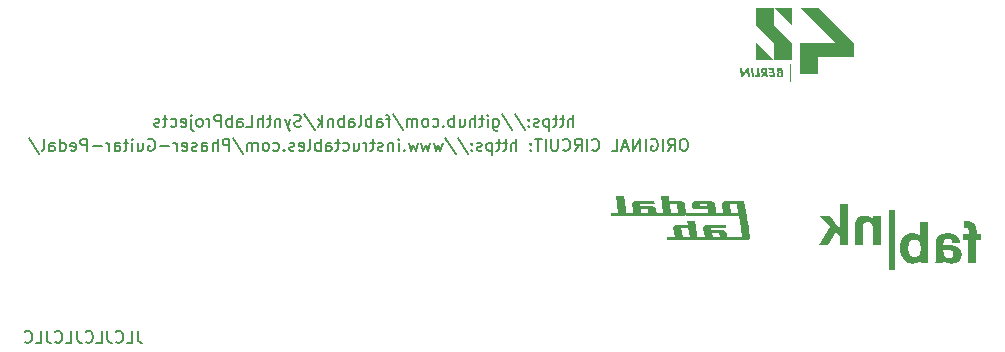
<source format=gbo>
G04 #@! TF.GenerationSoftware,KiCad,Pcbnew,8.0.2-8.0.2-0~ubuntu22.04.1*
G04 #@! TF.CreationDate,2024-06-08T14:45:23+02:00*
G04 #@! TF.ProjectId,schematic,73636865-6d61-4746-9963-2e6b69636164,rev?*
G04 #@! TF.SameCoordinates,Original*
G04 #@! TF.FileFunction,Legend,Bot*
G04 #@! TF.FilePolarity,Positive*
%FSLAX46Y46*%
G04 Gerber Fmt 4.6, Leading zero omitted, Abs format (unit mm)*
G04 Created by KiCad (PCBNEW 8.0.2-8.0.2-0~ubuntu22.04.1) date 2024-06-08 14:45:23*
%MOMM*%
%LPD*%
G01*
G04 APERTURE LIST*
%ADD10C,0.000000*%
%ADD11C,0.300000*%
%ADD12C,0.150000*%
%ADD13R,1.500000X1.500000*%
%ADD14C,1.500000*%
%ADD15C,1.400000*%
%ADD16O,1.400000X1.400000*%
%ADD17R,1.700000X1.700000*%
%ADD18O,1.700000X1.700000*%
%ADD19R,1.600000X1.600000*%
%ADD20O,1.600000X1.600000*%
%ADD21C,1.600000*%
%ADD22R,2.000000X2.000000*%
%ADD23C,2.000000*%
%ADD24C,1.440000*%
%ADD25R,1.800000X1.800000*%
%ADD26O,1.800000X1.800000*%
G04 APERTURE END LIST*
D10*
G36*
X136460024Y-108961710D02*
G01*
X136507197Y-108964694D01*
X136552753Y-108969625D01*
X136596695Y-108976470D01*
X136639028Y-108985194D01*
X136679758Y-108995764D01*
X136718889Y-109008147D01*
X136756426Y-109022307D01*
X136792375Y-109038211D01*
X136826739Y-109055825D01*
X136859523Y-109075116D01*
X136890734Y-109096049D01*
X136920374Y-109118590D01*
X136948450Y-109142706D01*
X136974965Y-109168363D01*
X136999926Y-109195526D01*
X137023336Y-109224162D01*
X137045201Y-109254237D01*
X137065525Y-109285717D01*
X137084313Y-109318568D01*
X137101571Y-109352756D01*
X137117302Y-109388247D01*
X137131513Y-109425008D01*
X137144206Y-109463004D01*
X137155389Y-109502201D01*
X137165064Y-109542566D01*
X137179915Y-109626663D01*
X137188797Y-109715023D01*
X137191749Y-109807375D01*
X137191749Y-110019042D01*
X137548936Y-110019042D01*
X137548936Y-110534980D01*
X137178520Y-110534980D01*
X137178520Y-112492897D01*
X136503832Y-112479667D01*
X136503832Y-110521751D01*
X136080499Y-110521751D01*
X136080499Y-110005813D01*
X136517061Y-110005813D01*
X136517061Y-109847063D01*
X136516122Y-109801927D01*
X136513263Y-109760686D01*
X136511096Y-109741483D01*
X136508428Y-109723204D01*
X136505251Y-109705831D01*
X136501558Y-109689346D01*
X136497342Y-109673734D01*
X136492596Y-109658977D01*
X136487311Y-109645058D01*
X136481482Y-109631960D01*
X136475101Y-109619666D01*
X136468159Y-109608159D01*
X136460651Y-109597423D01*
X136452569Y-109587440D01*
X136443906Y-109578194D01*
X136434654Y-109569667D01*
X136424806Y-109561842D01*
X136414354Y-109554703D01*
X136403293Y-109548233D01*
X136391614Y-109542414D01*
X136379309Y-109537230D01*
X136366373Y-109532663D01*
X136352797Y-109528698D01*
X136338574Y-109525316D01*
X136323697Y-109522501D01*
X136308159Y-109520235D01*
X136291953Y-109518503D01*
X136275070Y-109517287D01*
X136239249Y-109516334D01*
X136229330Y-109516482D01*
X136219431Y-109516902D01*
X136209570Y-109517555D01*
X136199768Y-109518401D01*
X136180415Y-109520519D01*
X136161527Y-109522948D01*
X136143260Y-109525377D01*
X136125767Y-109527496D01*
X136109205Y-109528994D01*
X136101321Y-109529414D01*
X136093728Y-109529563D01*
X136093728Y-108987167D01*
X136121478Y-108982232D01*
X136154499Y-108977452D01*
X136191861Y-108972982D01*
X136232634Y-108968977D01*
X136275887Y-108965592D01*
X136320691Y-108962982D01*
X136366114Y-108961303D01*
X136411228Y-108960708D01*
X136460024Y-108961710D01*
G37*
G36*
X130246436Y-113061750D02*
G01*
X129796645Y-113061750D01*
X129796645Y-108034667D01*
X130246436Y-108034667D01*
X130246436Y-113061750D01*
G37*
G36*
X120802091Y-96631657D02*
G01*
X120818751Y-96774000D01*
X120538875Y-96774000D01*
X120523928Y-96773854D01*
X120508832Y-96773379D01*
X120493639Y-96772516D01*
X120478405Y-96771209D01*
X120463183Y-96769399D01*
X120448028Y-96767030D01*
X120432994Y-96764043D01*
X120418135Y-96760382D01*
X120403507Y-96755990D01*
X120389162Y-96750807D01*
X120375156Y-96744778D01*
X120361542Y-96737845D01*
X120348376Y-96729950D01*
X120335710Y-96721035D01*
X120329583Y-96716178D01*
X120323601Y-96711045D01*
X120317771Y-96705627D01*
X120312101Y-96699919D01*
X120306510Y-96693791D01*
X120300932Y-96687109D01*
X120295415Y-96679865D01*
X120290006Y-96672051D01*
X120284755Y-96663659D01*
X120279708Y-96654679D01*
X120274913Y-96645103D01*
X120270420Y-96634923D01*
X120266275Y-96624130D01*
X120262527Y-96612716D01*
X120259224Y-96600672D01*
X120256414Y-96587990D01*
X120254145Y-96574661D01*
X120252464Y-96560677D01*
X120251421Y-96546028D01*
X120251063Y-96530708D01*
X120251138Y-96526350D01*
X120425528Y-96526350D01*
X120425576Y-96530374D01*
X120425718Y-96534276D01*
X120425950Y-96538057D01*
X120426267Y-96541719D01*
X120426665Y-96545264D01*
X120427140Y-96548693D01*
X120427688Y-96552007D01*
X120428303Y-96555208D01*
X120428983Y-96558297D01*
X120429722Y-96561276D01*
X120430517Y-96564146D01*
X120431363Y-96566909D01*
X120432255Y-96569565D01*
X120433191Y-96572118D01*
X120434164Y-96574568D01*
X120435172Y-96576916D01*
X120436209Y-96579164D01*
X120437272Y-96581313D01*
X120439457Y-96585323D01*
X120441693Y-96588956D01*
X120443945Y-96592224D01*
X120446179Y-96595139D01*
X120448362Y-96597713D01*
X120450459Y-96599957D01*
X120452435Y-96601883D01*
X120455033Y-96604268D01*
X120457775Y-96606525D01*
X120460653Y-96608657D01*
X120463659Y-96610667D01*
X120470019Y-96614337D01*
X120476787Y-96617562D01*
X120483895Y-96620371D01*
X120491275Y-96622790D01*
X120498859Y-96624848D01*
X120506579Y-96626572D01*
X120514367Y-96627989D01*
X120522155Y-96629128D01*
X120529874Y-96630016D01*
X120537457Y-96630680D01*
X120551944Y-96631450D01*
X120565069Y-96631657D01*
X120628331Y-96631657D01*
X120605788Y-96439927D01*
X120538160Y-96439927D01*
X120530834Y-96440040D01*
X120520790Y-96440562D01*
X120514985Y-96441061D01*
X120508785Y-96441765D01*
X120502283Y-96442707D01*
X120495576Y-96443921D01*
X120488757Y-96445442D01*
X120481921Y-96447303D01*
X120475162Y-96449538D01*
X120468576Y-96452183D01*
X120462257Y-96455269D01*
X120459227Y-96456989D01*
X120456300Y-96458832D01*
X120453486Y-96460804D01*
X120450798Y-96462906D01*
X120448248Y-96465146D01*
X120445848Y-96467525D01*
X120442873Y-96470875D01*
X120440189Y-96474372D01*
X120437783Y-96477995D01*
X120435640Y-96481722D01*
X120433748Y-96485529D01*
X120432093Y-96489394D01*
X120430660Y-96493296D01*
X120429437Y-96497211D01*
X120428408Y-96501118D01*
X120427562Y-96504994D01*
X120426883Y-96508817D01*
X120426359Y-96512564D01*
X120425974Y-96516213D01*
X120425717Y-96519742D01*
X120425573Y-96523129D01*
X120425528Y-96526350D01*
X120251138Y-96526350D01*
X120251226Y-96521190D01*
X120251724Y-96511965D01*
X120252567Y-96503016D01*
X120253766Y-96494328D01*
X120255332Y-96485888D01*
X120257274Y-96477679D01*
X120259604Y-96469688D01*
X120262334Y-96461898D01*
X120265472Y-96454296D01*
X120269030Y-96446867D01*
X120273019Y-96439594D01*
X120277449Y-96432464D01*
X120282332Y-96425462D01*
X120287677Y-96418573D01*
X120293496Y-96411781D01*
X120299798Y-96405073D01*
X120303451Y-96401534D01*
X120307327Y-96398010D01*
X120311425Y-96394513D01*
X120315749Y-96391058D01*
X120320298Y-96387658D01*
X120325073Y-96384327D01*
X120330077Y-96381079D01*
X120335309Y-96377927D01*
X120340771Y-96374887D01*
X120346463Y-96371971D01*
X120352388Y-96369193D01*
X120358545Y-96366567D01*
X120364936Y-96364107D01*
X120371562Y-96361827D01*
X120378424Y-96359740D01*
X120385524Y-96357861D01*
X120380719Y-96356259D01*
X120375839Y-96354438D01*
X120370896Y-96352383D01*
X120365901Y-96350079D01*
X120360867Y-96347511D01*
X120355805Y-96344664D01*
X120350728Y-96341523D01*
X120345646Y-96338074D01*
X120340574Y-96334302D01*
X120335522Y-96330191D01*
X120330502Y-96325726D01*
X120325526Y-96320894D01*
X120320607Y-96315678D01*
X120315756Y-96310064D01*
X120310985Y-96304038D01*
X120306307Y-96297583D01*
X120302200Y-96291498D01*
X120298337Y-96285222D01*
X120294720Y-96278749D01*
X120291352Y-96272077D01*
X120288236Y-96265200D01*
X120285375Y-96258114D01*
X120282772Y-96250815D01*
X120280430Y-96243300D01*
X120278352Y-96235563D01*
X120276542Y-96227600D01*
X120275002Y-96219408D01*
X120273735Y-96210982D01*
X120273008Y-96204627D01*
X120432750Y-96204627D01*
X120432860Y-96209552D01*
X120433189Y-96214507D01*
X120433732Y-96219473D01*
X120434488Y-96224429D01*
X120435452Y-96229355D01*
X120436622Y-96234232D01*
X120437995Y-96239038D01*
X120439567Y-96243753D01*
X120441335Y-96248358D01*
X120443296Y-96252832D01*
X120445448Y-96257155D01*
X120447786Y-96261306D01*
X120450308Y-96265266D01*
X120453010Y-96269015D01*
X120455890Y-96272531D01*
X120458944Y-96275795D01*
X120461442Y-96278181D01*
X120464020Y-96280438D01*
X120469397Y-96284582D01*
X120475038Y-96288252D01*
X120480904Y-96291479D01*
X120486957Y-96294288D01*
X120493159Y-96296708D01*
X120499471Y-96298766D01*
X120505855Y-96300490D01*
X120512273Y-96301908D01*
X120518685Y-96303047D01*
X120525054Y-96303935D01*
X120531342Y-96304600D01*
X120537510Y-96305069D01*
X120543519Y-96305369D01*
X120554909Y-96305576D01*
X120590548Y-96305576D01*
X120570149Y-96126919D01*
X120533796Y-96126919D01*
X120524057Y-96126985D01*
X120514007Y-96127316D01*
X120508919Y-96127641D01*
X120503818Y-96128105D01*
X120498725Y-96128734D01*
X120493661Y-96129550D01*
X120488649Y-96130580D01*
X120483709Y-96131847D01*
X120478864Y-96133375D01*
X120474134Y-96135190D01*
X120469542Y-96137316D01*
X120465108Y-96139777D01*
X120462957Y-96141141D01*
X120460854Y-96142597D01*
X120458802Y-96144150D01*
X120456802Y-96145802D01*
X120454844Y-96147667D01*
X120452829Y-96149729D01*
X120450780Y-96151997D01*
X120448724Y-96154481D01*
X120446686Y-96157191D01*
X120444692Y-96160136D01*
X120442767Y-96163326D01*
X120440936Y-96166770D01*
X120439225Y-96170478D01*
X120437660Y-96174460D01*
X120436266Y-96178724D01*
X120435068Y-96183281D01*
X120434092Y-96188141D01*
X120433364Y-96193312D01*
X120432908Y-96198804D01*
X120432750Y-96204627D01*
X120273008Y-96204627D01*
X120272744Y-96202318D01*
X120272033Y-96193411D01*
X120271604Y-96184258D01*
X120271460Y-96174854D01*
X120271711Y-96163467D01*
X120272448Y-96152458D01*
X120273645Y-96141830D01*
X120275279Y-96131585D01*
X120277326Y-96121728D01*
X120279761Y-96112261D01*
X120282560Y-96103188D01*
X120285699Y-96094511D01*
X120289153Y-96086235D01*
X120292898Y-96078362D01*
X120296909Y-96070896D01*
X120301164Y-96063839D01*
X120305636Y-96057195D01*
X120310302Y-96050967D01*
X120315138Y-96045159D01*
X120320118Y-96039773D01*
X120324605Y-96035335D01*
X120329204Y-96031142D01*
X120333908Y-96027186D01*
X120338712Y-96023461D01*
X120348591Y-96016676D01*
X120358783Y-96010732D01*
X120369237Y-96005576D01*
X120379896Y-96001154D01*
X120390708Y-95997410D01*
X120401616Y-95994290D01*
X120412567Y-95991741D01*
X120423506Y-95989708D01*
X120434380Y-95988137D01*
X120445133Y-95986973D01*
X120455711Y-95986163D01*
X120466060Y-95985651D01*
X120485853Y-95985306D01*
X120726439Y-95985306D01*
X120763925Y-96305576D01*
X120802091Y-96631657D01*
G37*
G36*
X120161765Y-96774000D02*
G01*
X119661622Y-96774000D01*
X119640588Y-96620036D01*
X119938562Y-96620036D01*
X119914590Y-96445014D01*
X119632571Y-96445014D01*
X119610744Y-96291051D01*
X119893556Y-96291051D01*
X119871729Y-96138540D01*
X119578755Y-96138540D01*
X119557007Y-95985306D01*
X120051989Y-95985306D01*
X120161765Y-96774000D01*
G37*
G36*
X118324947Y-96773270D02*
G01*
X118151196Y-96773270D01*
X118058883Y-95985306D01*
X118232635Y-95985306D01*
X118324947Y-96773270D01*
G37*
G36*
X126851919Y-93858169D02*
G01*
X126851919Y-95055739D01*
X123772201Y-95055739D01*
X123772201Y-96535090D01*
X122231985Y-96535090D01*
X122231985Y-93858169D01*
X125312425Y-93858169D01*
X122231985Y-90899465D01*
X123772201Y-90899465D01*
X126851919Y-93858169D01*
G37*
G36*
X121571934Y-92378817D02*
G01*
X120032440Y-90899465D01*
X121571934Y-90899465D01*
X121571934Y-92378817D01*
G37*
G36*
X117392292Y-96498029D02*
G01*
X117738287Y-95985306D01*
X117889496Y-95985306D01*
X117983238Y-96774000D01*
X117809566Y-96774000D01*
X117749955Y-96258372D01*
X117401022Y-96774000D01*
X117249893Y-96774000D01*
X117157580Y-95985306D01*
X117331252Y-95985306D01*
X117392292Y-96498029D01*
G37*
G36*
X118833741Y-96773270D02*
G01*
X118425277Y-96773270D01*
X118407101Y-96620036D01*
X118641892Y-96620036D01*
X118566961Y-95985306D01*
X118740715Y-95985306D01*
X118833741Y-96773270D01*
G37*
G36*
X121492487Y-97169057D02*
G01*
X121374773Y-97169057D01*
X121374773Y-95684626D01*
X121492487Y-95684626D01*
X121492487Y-97169057D01*
G37*
G36*
X127733442Y-108485071D02*
G01*
X127772302Y-108486874D01*
X127809811Y-108489822D01*
X127845989Y-108493864D01*
X127880860Y-108498952D01*
X127914444Y-108505039D01*
X127946764Y-108512075D01*
X127977842Y-108520012D01*
X128007698Y-108528802D01*
X128036356Y-108538396D01*
X128063836Y-108548746D01*
X128090160Y-108559803D01*
X128115352Y-108571519D01*
X128139431Y-108583845D01*
X128162420Y-108596734D01*
X128184341Y-108610136D01*
X128205215Y-108624003D01*
X128225065Y-108638286D01*
X128243912Y-108652938D01*
X128261778Y-108667910D01*
X128278685Y-108683153D01*
X128294654Y-108698619D01*
X128323867Y-108730025D01*
X128349593Y-108761741D01*
X128372004Y-108793380D01*
X128391276Y-108824554D01*
X128407583Y-108854875D01*
X128408178Y-108821156D01*
X128409857Y-108781081D01*
X128412467Y-108736975D01*
X128415851Y-108691164D01*
X128419856Y-108645973D01*
X128424326Y-108603728D01*
X128429106Y-108566753D01*
X128434041Y-108537375D01*
X129095499Y-108537375D01*
X129095499Y-110998000D01*
X128407583Y-110998000D01*
X128407583Y-109635396D01*
X128405875Y-109556767D01*
X128403735Y-109519840D01*
X128400736Y-109484475D01*
X128396875Y-109450651D01*
X128392148Y-109418345D01*
X128386555Y-109387537D01*
X128380091Y-109358204D01*
X128372756Y-109330324D01*
X128364547Y-109303876D01*
X128355460Y-109278837D01*
X128345494Y-109255187D01*
X128334646Y-109232903D01*
X128322915Y-109211963D01*
X128310296Y-109192345D01*
X128296789Y-109174029D01*
X128282390Y-109156991D01*
X128267098Y-109141211D01*
X128250909Y-109126666D01*
X128233821Y-109113335D01*
X128215833Y-109101195D01*
X128196940Y-109090226D01*
X128177142Y-109080405D01*
X128156436Y-109071710D01*
X128134818Y-109064119D01*
X128112288Y-109057612D01*
X128088842Y-109052165D01*
X128064477Y-109047758D01*
X128039193Y-109044367D01*
X128012985Y-109041973D01*
X127985852Y-109040552D01*
X127957791Y-109040084D01*
X127929882Y-109040661D01*
X127903192Y-109042380D01*
X127877698Y-109045218D01*
X127853379Y-109049153D01*
X127830213Y-109054163D01*
X127808178Y-109060228D01*
X127787253Y-109067324D01*
X127767415Y-109075430D01*
X127748643Y-109084525D01*
X127730915Y-109094586D01*
X127714210Y-109105592D01*
X127698504Y-109117521D01*
X127683778Y-109130351D01*
X127670008Y-109144060D01*
X127657173Y-109158627D01*
X127645252Y-109174029D01*
X127634222Y-109190245D01*
X127624061Y-109207254D01*
X127614749Y-109225032D01*
X127606262Y-109243560D01*
X127598580Y-109262814D01*
X127591680Y-109282772D01*
X127580140Y-109324718D01*
X127571468Y-109369221D01*
X127565489Y-109416107D01*
X127562030Y-109465203D01*
X127560916Y-109516334D01*
X127560916Y-110998000D01*
X126873000Y-110998000D01*
X126873000Y-109436959D01*
X126873964Y-109379522D01*
X126876834Y-109323797D01*
X126881579Y-109269792D01*
X126888167Y-109217515D01*
X126896568Y-109166972D01*
X126906748Y-109118170D01*
X126918678Y-109071117D01*
X126932325Y-109025821D01*
X126947658Y-108982288D01*
X126964645Y-108940526D01*
X126983255Y-108900542D01*
X127003457Y-108862343D01*
X127025219Y-108825936D01*
X127048509Y-108791329D01*
X127073297Y-108758530D01*
X127099549Y-108727545D01*
X127127236Y-108698381D01*
X127156326Y-108671046D01*
X127186786Y-108645547D01*
X127218586Y-108621892D01*
X127251694Y-108600087D01*
X127286079Y-108580141D01*
X127321708Y-108562059D01*
X127358551Y-108545850D01*
X127396577Y-108531521D01*
X127435753Y-108519079D01*
X127476048Y-108508531D01*
X127517431Y-108499884D01*
X127559869Y-108493146D01*
X127603333Y-108488325D01*
X127647790Y-108485426D01*
X127693208Y-108484459D01*
X127733442Y-108485071D01*
G37*
G36*
X119517715Y-96774000D02*
G01*
X119344044Y-96774000D01*
X119307689Y-96463168D01*
X119126000Y-96774000D01*
X118923198Y-96774000D01*
X119117269Y-96453730D01*
X119109336Y-96452062D01*
X119101356Y-96450059D01*
X119093352Y-96447726D01*
X119085347Y-96445070D01*
X119077362Y-96442094D01*
X119069421Y-96438804D01*
X119061546Y-96435206D01*
X119053759Y-96431304D01*
X119046083Y-96427105D01*
X119038539Y-96422614D01*
X119031152Y-96417835D01*
X119023942Y-96412774D01*
X119016933Y-96407436D01*
X119010147Y-96401827D01*
X119003606Y-96395953D01*
X118997332Y-96389817D01*
X118990530Y-96382234D01*
X118984033Y-96374198D01*
X118977862Y-96365712D01*
X118972033Y-96356783D01*
X118966566Y-96347416D01*
X118961479Y-96337616D01*
X118956789Y-96327388D01*
X118952516Y-96316738D01*
X118948677Y-96305670D01*
X118945291Y-96294191D01*
X118942375Y-96282306D01*
X118939949Y-96270020D01*
X118938030Y-96257338D01*
X118936637Y-96244265D01*
X118935787Y-96230808D01*
X118935620Y-96222780D01*
X119110682Y-96222780D01*
X119110779Y-96229051D01*
X119111086Y-96235323D01*
X119111623Y-96241582D01*
X119112412Y-96247814D01*
X119113474Y-96254003D01*
X119114830Y-96260134D01*
X119116501Y-96266194D01*
X119118510Y-96272166D01*
X119120876Y-96278035D01*
X119123622Y-96283788D01*
X119126769Y-96289409D01*
X119130337Y-96294883D01*
X119134349Y-96300196D01*
X119136528Y-96302786D01*
X119138825Y-96305331D01*
X119141244Y-96307828D01*
X119143787Y-96310276D01*
X119146457Y-96312672D01*
X119149256Y-96315014D01*
X119155111Y-96319401D01*
X119161218Y-96323321D01*
X119167537Y-96326797D01*
X119174030Y-96329857D01*
X119180656Y-96332525D01*
X119187377Y-96334827D01*
X119194151Y-96336788D01*
X119200940Y-96338435D01*
X119207703Y-96339792D01*
X119214402Y-96340885D01*
X119220997Y-96341740D01*
X119227447Y-96342382D01*
X119233714Y-96342837D01*
X119239757Y-96343131D01*
X119251015Y-96343335D01*
X119293879Y-96343335D01*
X119267684Y-96126919D01*
X119241571Y-96126919D01*
X119227153Y-96127105D01*
X119220188Y-96127354D01*
X119213394Y-96127724D01*
X119206774Y-96128226D01*
X119200336Y-96128871D01*
X119194083Y-96129672D01*
X119188022Y-96130640D01*
X119182157Y-96131786D01*
X119176493Y-96133123D01*
X119171036Y-96134662D01*
X119165790Y-96136416D01*
X119160762Y-96138395D01*
X119155957Y-96140611D01*
X119151379Y-96143076D01*
X119147034Y-96145802D01*
X119144248Y-96147742D01*
X119141603Y-96149747D01*
X119139095Y-96151812D01*
X119136721Y-96153936D01*
X119134477Y-96156113D01*
X119132361Y-96158342D01*
X119130368Y-96160617D01*
X119128495Y-96162937D01*
X119126739Y-96165297D01*
X119125096Y-96167694D01*
X119122137Y-96172584D01*
X119119590Y-96177582D01*
X119117428Y-96182657D01*
X119115622Y-96187784D01*
X119114147Y-96192934D01*
X119112974Y-96198081D01*
X119112075Y-96203195D01*
X119111424Y-96208249D01*
X119110993Y-96213217D01*
X119110755Y-96218070D01*
X119110682Y-96222780D01*
X118935620Y-96222780D01*
X118935500Y-96216970D01*
X118935580Y-96209434D01*
X118935817Y-96202075D01*
X118936738Y-96187883D01*
X118938222Y-96174383D01*
X118940225Y-96161562D01*
X118942706Y-96149409D01*
X118945621Y-96137912D01*
X118948929Y-96127060D01*
X118952586Y-96116842D01*
X118956549Y-96107244D01*
X118960778Y-96098256D01*
X118965228Y-96089865D01*
X118969857Y-96082061D01*
X118974623Y-96074832D01*
X118979483Y-96068165D01*
X118984395Y-96062050D01*
X118989316Y-96056474D01*
X119000110Y-96045142D01*
X119011226Y-96035066D01*
X119022644Y-96026173D01*
X119034342Y-96018391D01*
X119046300Y-96011647D01*
X119058499Y-96005869D01*
X119070917Y-96000985D01*
X119083535Y-95996923D01*
X119096330Y-95993609D01*
X119109284Y-95990972D01*
X119122376Y-95988939D01*
X119135585Y-95987438D01*
X119148890Y-95986397D01*
X119162272Y-95985743D01*
X119189182Y-95985306D01*
X119425402Y-95985306D01*
X119467308Y-96343335D01*
X119517715Y-96774000D01*
G37*
G36*
X120032440Y-92378817D02*
G01*
X121571934Y-93858169D01*
X121571934Y-95337520D01*
X120032440Y-95337520D01*
X120032440Y-93858169D01*
X118492224Y-92378817D01*
X118492224Y-90899465D01*
X120032440Y-90899465D01*
X120032440Y-92378817D01*
G37*
G36*
X135921748Y-111778520D02*
G01*
X135918780Y-111850360D01*
X135909785Y-111921638D01*
X135894628Y-111991792D01*
X135873172Y-112060260D01*
X135860041Y-112093687D01*
X135845283Y-112126480D01*
X135828884Y-112158572D01*
X135810825Y-112189891D01*
X135791090Y-112220366D01*
X135769661Y-112249929D01*
X135746523Y-112278508D01*
X135721657Y-112306034D01*
X135695048Y-112332435D01*
X135666677Y-112357642D01*
X135636528Y-112381585D01*
X135604584Y-112404193D01*
X135570829Y-112425396D01*
X135535244Y-112445124D01*
X135497814Y-112463306D01*
X135458521Y-112479873D01*
X135417348Y-112494754D01*
X135374279Y-112507879D01*
X135329295Y-112519177D01*
X135282382Y-112528578D01*
X135233520Y-112536013D01*
X135182695Y-112541410D01*
X135129887Y-112544700D01*
X135075082Y-112545812D01*
X135034961Y-112545390D01*
X134996430Y-112544143D01*
X134959449Y-112542095D01*
X134923980Y-112539275D01*
X134889983Y-112535709D01*
X134857421Y-112531424D01*
X134826253Y-112526445D01*
X134796443Y-112520801D01*
X134767949Y-112514517D01*
X134740735Y-112507620D01*
X134714761Y-112500137D01*
X134689989Y-112492095D01*
X134666379Y-112483519D01*
X134643894Y-112474438D01*
X134622493Y-112464876D01*
X134602139Y-112454862D01*
X134582793Y-112444421D01*
X134564415Y-112433581D01*
X134546968Y-112422368D01*
X134530412Y-112410808D01*
X134514709Y-112398928D01*
X134499820Y-112386756D01*
X134485706Y-112374317D01*
X134472328Y-112361638D01*
X134459648Y-112348746D01*
X134447627Y-112335667D01*
X134425406Y-112309057D01*
X134405355Y-112282021D01*
X134387165Y-112254771D01*
X134382204Y-112281824D01*
X134377243Y-112312442D01*
X134367322Y-112378794D01*
X134357400Y-112442667D01*
X134352439Y-112470185D01*
X134347478Y-112492897D01*
X133699249Y-112492897D01*
X133704184Y-112460185D01*
X133708964Y-112404840D01*
X133713434Y-112331511D01*
X133717439Y-112244849D01*
X133723433Y-112050133D01*
X133725707Y-111857897D01*
X133725707Y-111368416D01*
X134387166Y-111368416D01*
X134387166Y-111447792D01*
X134387867Y-111507097D01*
X134390292Y-111565665D01*
X134394927Y-111623071D01*
X134402255Y-111678888D01*
X134412762Y-111732690D01*
X134419358Y-111758702D01*
X134426931Y-111784050D01*
X134435540Y-111808681D01*
X134445247Y-111832542D01*
X134456111Y-111855579D01*
X134468194Y-111877739D01*
X134481556Y-111898970D01*
X134496258Y-111919216D01*
X134512359Y-111938426D01*
X134529922Y-111956546D01*
X134549005Y-111973523D01*
X134569671Y-111989302D01*
X134591978Y-112003832D01*
X134615989Y-112017059D01*
X134641763Y-112028929D01*
X134669361Y-112039390D01*
X134698843Y-112048387D01*
X134730271Y-112055868D01*
X134763705Y-112061780D01*
X134799204Y-112066068D01*
X134836831Y-112068680D01*
X134876645Y-112069563D01*
X134899784Y-112069102D01*
X134922078Y-112067738D01*
X134943534Y-112065497D01*
X134964159Y-112062405D01*
X134983960Y-112058491D01*
X135002945Y-112053779D01*
X135021121Y-112048297D01*
X135038495Y-112042071D01*
X135055075Y-112035128D01*
X135070868Y-112027495D01*
X135085880Y-112019198D01*
X135100120Y-112010264D01*
X135113594Y-112000720D01*
X135126310Y-111990591D01*
X135138275Y-111979906D01*
X135149496Y-111968690D01*
X135159981Y-111956971D01*
X135169737Y-111944774D01*
X135178772Y-111932126D01*
X135187091Y-111919055D01*
X135194703Y-111905587D01*
X135201615Y-111891747D01*
X135207835Y-111877564D01*
X135213368Y-111863064D01*
X135218224Y-111848272D01*
X135222409Y-111833217D01*
X135225929Y-111817925D01*
X135228794Y-111802421D01*
X135232582Y-111770889D01*
X135233832Y-111738833D01*
X135231949Y-111695432D01*
X135226210Y-111654549D01*
X135221852Y-111635065D01*
X135216479Y-111616225D01*
X135210074Y-111598034D01*
X135202620Y-111580497D01*
X135194100Y-111563619D01*
X135184497Y-111547405D01*
X135173795Y-111531859D01*
X135161976Y-111516987D01*
X135149024Y-111502793D01*
X135134920Y-111489282D01*
X135119650Y-111476459D01*
X135103194Y-111464328D01*
X135085537Y-111452896D01*
X135066662Y-111442166D01*
X135046552Y-111432143D01*
X135025189Y-111422832D01*
X134978638Y-111406367D01*
X134926874Y-111392808D01*
X134869762Y-111382195D01*
X134807166Y-111374566D01*
X134738950Y-111369960D01*
X134664978Y-111368416D01*
X134387166Y-111368416D01*
X133725707Y-111368416D01*
X133725707Y-110826021D01*
X133726752Y-110772379D01*
X133729880Y-110720588D01*
X133735082Y-110670638D01*
X133742347Y-110622519D01*
X133751667Y-110576222D01*
X133763030Y-110531736D01*
X133776429Y-110489053D01*
X133791853Y-110448163D01*
X133809292Y-110409055D01*
X133828737Y-110371720D01*
X133850178Y-110336149D01*
X133873605Y-110302332D01*
X133899009Y-110270258D01*
X133926380Y-110239920D01*
X133955708Y-110211305D01*
X133986983Y-110184406D01*
X134020197Y-110159212D01*
X134055338Y-110135714D01*
X134092398Y-110113902D01*
X134131367Y-110093766D01*
X134172235Y-110075296D01*
X134214992Y-110058484D01*
X134259630Y-110043318D01*
X134306137Y-110029790D01*
X134404722Y-110007608D01*
X134510672Y-109991860D01*
X134623908Y-109982468D01*
X134744353Y-109979354D01*
X134813620Y-109980392D01*
X134880068Y-109983472D01*
X134943745Y-109988543D01*
X135004699Y-109995555D01*
X135062978Y-110004455D01*
X135118632Y-110015195D01*
X135171709Y-110027722D01*
X135222257Y-110041986D01*
X135270324Y-110057936D01*
X135315959Y-110075521D01*
X135359210Y-110094690D01*
X135400127Y-110115392D01*
X135438757Y-110137577D01*
X135475148Y-110161194D01*
X135509350Y-110186191D01*
X135541410Y-110212518D01*
X135571378Y-110240124D01*
X135599301Y-110268958D01*
X135625228Y-110298970D01*
X135649207Y-110330108D01*
X135671288Y-110362321D01*
X135691517Y-110395559D01*
X135709945Y-110429771D01*
X135726618Y-110464906D01*
X135741587Y-110500912D01*
X135754898Y-110537740D01*
X135766601Y-110575339D01*
X135776745Y-110613656D01*
X135792545Y-110692246D01*
X135802686Y-110773104D01*
X135154457Y-110773104D01*
X135146806Y-110739165D01*
X135138515Y-110706855D01*
X135129255Y-110676249D01*
X135118697Y-110647427D01*
X135106511Y-110620465D01*
X135099705Y-110607705D01*
X135092368Y-110595440D01*
X135084459Y-110583679D01*
X135075938Y-110572431D01*
X135066763Y-110561707D01*
X135056892Y-110551515D01*
X135046285Y-110541866D01*
X135034900Y-110532770D01*
X135022697Y-110524235D01*
X135009634Y-110516272D01*
X134995670Y-110508890D01*
X134980763Y-110502100D01*
X134964873Y-110495910D01*
X134947958Y-110490331D01*
X134929978Y-110485371D01*
X134910890Y-110481042D01*
X134890654Y-110477352D01*
X134869229Y-110474311D01*
X134846573Y-110471929D01*
X134822646Y-110470215D01*
X134797406Y-110469180D01*
X134770811Y-110468833D01*
X134741776Y-110469332D01*
X134714180Y-110470807D01*
X134687989Y-110473226D01*
X134663169Y-110476559D01*
X134639686Y-110480773D01*
X134617507Y-110485838D01*
X134596596Y-110491721D01*
X134576921Y-110498392D01*
X134558448Y-110505818D01*
X134541142Y-110513969D01*
X134524970Y-110522813D01*
X134509897Y-110532318D01*
X134495890Y-110542452D01*
X134482916Y-110553185D01*
X134470939Y-110564485D01*
X134459926Y-110576320D01*
X134449844Y-110588659D01*
X134440657Y-110601470D01*
X134432333Y-110614722D01*
X134424838Y-110628384D01*
X134418137Y-110642423D01*
X134412196Y-110656809D01*
X134406983Y-110671510D01*
X134402462Y-110686494D01*
X134395363Y-110717187D01*
X134390628Y-110748635D01*
X134387986Y-110780587D01*
X134387166Y-110812791D01*
X134387166Y-110958312D01*
X134744353Y-110958312D01*
X134877481Y-110961419D01*
X134941525Y-110965310D01*
X135003846Y-110970766D01*
X135064414Y-110977791D01*
X135123196Y-110986391D01*
X135180161Y-110996571D01*
X135235279Y-111008335D01*
X135288516Y-111021687D01*
X135339843Y-111036634D01*
X135389226Y-111053179D01*
X135436636Y-111071328D01*
X135482040Y-111091086D01*
X135525406Y-111112456D01*
X135566704Y-111135445D01*
X135605902Y-111160057D01*
X135642968Y-111186296D01*
X135677871Y-111214168D01*
X135710580Y-111243678D01*
X135741062Y-111274830D01*
X135769286Y-111307629D01*
X135795222Y-111342080D01*
X135818837Y-111378189D01*
X135840100Y-111415958D01*
X135858979Y-111455395D01*
X135875443Y-111496503D01*
X135889461Y-111539287D01*
X135901000Y-111583752D01*
X135910030Y-111629903D01*
X135916519Y-111677745D01*
X135920436Y-111727282D01*
X135920732Y-111738833D01*
X135921748Y-111778520D01*
G37*
G36*
X133103937Y-111685918D02*
G01*
X133103937Y-112492897D01*
X132455708Y-112492897D01*
X132450772Y-112466929D01*
X132445992Y-112438946D01*
X132441522Y-112409413D01*
X132437517Y-112378795D01*
X132434132Y-112347556D01*
X132431523Y-112316163D01*
X132429843Y-112285079D01*
X132429249Y-112254771D01*
X132406418Y-112288561D01*
X132382404Y-112320451D01*
X132356957Y-112350404D01*
X132329824Y-112378380D01*
X132300752Y-112404341D01*
X132269491Y-112428248D01*
X132235789Y-112450062D01*
X132199392Y-112469744D01*
X132160050Y-112487256D01*
X132117511Y-112502559D01*
X132071522Y-112515614D01*
X132021832Y-112526382D01*
X131968189Y-112534825D01*
X131910340Y-112540903D01*
X131848034Y-112544579D01*
X131781020Y-112545812D01*
X131716258Y-112543932D01*
X131653440Y-112538364D01*
X131592576Y-112529222D01*
X131533671Y-112516615D01*
X131476733Y-112500656D01*
X131421769Y-112481456D01*
X131368786Y-112459126D01*
X131317792Y-112433778D01*
X131268795Y-112405523D01*
X131221800Y-112374473D01*
X131176816Y-112340739D01*
X131133850Y-112304432D01*
X131092909Y-112265664D01*
X131054000Y-112224547D01*
X131017131Y-112181191D01*
X130982309Y-112135708D01*
X130949541Y-112088210D01*
X130918834Y-112038809D01*
X130863634Y-111934739D01*
X130816767Y-111824390D01*
X130778291Y-111708654D01*
X130748263Y-111588423D01*
X130726743Y-111464587D01*
X130713789Y-111338038D01*
X130709904Y-111222896D01*
X131410603Y-111222896D01*
X131412622Y-111310145D01*
X131415149Y-111352198D01*
X131418691Y-111393170D01*
X131423250Y-111433038D01*
X131428829Y-111471776D01*
X131435430Y-111509362D01*
X131443056Y-111545770D01*
X131451709Y-111580977D01*
X131461391Y-111614959D01*
X131472106Y-111647690D01*
X131483854Y-111679147D01*
X131496640Y-111709306D01*
X131510465Y-111738142D01*
X131525331Y-111765632D01*
X131541241Y-111791750D01*
X131558198Y-111816473D01*
X131576203Y-111839777D01*
X131595260Y-111861637D01*
X131615371Y-111882029D01*
X131636538Y-111900929D01*
X131658763Y-111918312D01*
X131682049Y-111934155D01*
X131706399Y-111948433D01*
X131731815Y-111961122D01*
X131758298Y-111972198D01*
X131785853Y-111981636D01*
X131814480Y-111989412D01*
X131844183Y-111995503D01*
X131874964Y-111999883D01*
X131906826Y-112002529D01*
X131939770Y-112003417D01*
X131976168Y-112002455D01*
X132010967Y-111999602D01*
X132044197Y-111994903D01*
X132075886Y-111988405D01*
X132106063Y-111980152D01*
X132134758Y-111970192D01*
X132162000Y-111958570D01*
X132187817Y-111945332D01*
X132212239Y-111930525D01*
X132235295Y-111914194D01*
X132257013Y-111896385D01*
X132277424Y-111877145D01*
X132296555Y-111856519D01*
X132314437Y-111834554D01*
X132331098Y-111811295D01*
X132346567Y-111786789D01*
X132360873Y-111761081D01*
X132374046Y-111734218D01*
X132397106Y-111677209D01*
X132415981Y-111616131D01*
X132430903Y-111551351D01*
X132442104Y-111483238D01*
X132449817Y-111412161D01*
X132454274Y-111338486D01*
X132455708Y-111262583D01*
X132454125Y-111171271D01*
X132449248Y-111085850D01*
X132440883Y-111006320D01*
X132435332Y-110968764D01*
X132428836Y-110932681D01*
X132421371Y-110898071D01*
X132412913Y-110864933D01*
X132403438Y-110833269D01*
X132392921Y-110803077D01*
X132381338Y-110774358D01*
X132368665Y-110747111D01*
X132354878Y-110721337D01*
X132339952Y-110697037D01*
X132323864Y-110674209D01*
X132306589Y-110652853D01*
X132288102Y-110632971D01*
X132268381Y-110614561D01*
X132247399Y-110597624D01*
X132225134Y-110582160D01*
X132201561Y-110568168D01*
X132176655Y-110555650D01*
X132150393Y-110544604D01*
X132122750Y-110535031D01*
X132093702Y-110526931D01*
X132063225Y-110520303D01*
X132031295Y-110515148D01*
X131997887Y-110511466D01*
X131962977Y-110509257D01*
X131926541Y-110508521D01*
X131893635Y-110509406D01*
X131861884Y-110512038D01*
X131831281Y-110516380D01*
X131801820Y-110522396D01*
X131773492Y-110530049D01*
X131746290Y-110539304D01*
X131720208Y-110550123D01*
X131695237Y-110562471D01*
X131671371Y-110576311D01*
X131648602Y-110591607D01*
X131626924Y-110608322D01*
X131606328Y-110626421D01*
X131586807Y-110645866D01*
X131568355Y-110666622D01*
X131550964Y-110688652D01*
X131534627Y-110711919D01*
X131519336Y-110736389D01*
X131505084Y-110762023D01*
X131479669Y-110816642D01*
X131458323Y-110875485D01*
X131440989Y-110938262D01*
X131427608Y-111004683D01*
X131418122Y-111074456D01*
X131412473Y-111147290D01*
X131410603Y-111222896D01*
X130709904Y-111222896D01*
X130709458Y-111209667D01*
X130713336Y-111082336D01*
X130718189Y-111020027D01*
X130724986Y-110958726D01*
X130733731Y-110898510D01*
X130744426Y-110839457D01*
X130757074Y-110781644D01*
X130771676Y-110725149D01*
X130788235Y-110670049D01*
X130806755Y-110616421D01*
X130827236Y-110564344D01*
X130849681Y-110513895D01*
X130874094Y-110465151D01*
X130900476Y-110418190D01*
X130928830Y-110373090D01*
X130959158Y-110329927D01*
X130991463Y-110288780D01*
X131025746Y-110249725D01*
X131062011Y-110212841D01*
X131100260Y-110178205D01*
X131140496Y-110145894D01*
X131182720Y-110115986D01*
X131226935Y-110088559D01*
X131273144Y-110063690D01*
X131321349Y-110041456D01*
X131371552Y-110021935D01*
X131423756Y-110005205D01*
X131477963Y-109991343D01*
X131534176Y-109980426D01*
X131592398Y-109972533D01*
X131652629Y-109967740D01*
X131714874Y-109966125D01*
X131751503Y-109966585D01*
X131786988Y-109967946D01*
X131821350Y-109970180D01*
X131854607Y-109973256D01*
X131886779Y-109977146D01*
X131917885Y-109981821D01*
X131947944Y-109987252D01*
X131976977Y-109993410D01*
X132005002Y-110000265D01*
X132032038Y-110007789D01*
X132058106Y-110015952D01*
X132083224Y-110024726D01*
X132107411Y-110034081D01*
X132130688Y-110043988D01*
X132153074Y-110054419D01*
X132174587Y-110065344D01*
X132195248Y-110076733D01*
X132215076Y-110088559D01*
X132234090Y-110100792D01*
X132252309Y-110113403D01*
X132269753Y-110126362D01*
X132286441Y-110139641D01*
X132302393Y-110153211D01*
X132317628Y-110167043D01*
X132346024Y-110195375D01*
X132371785Y-110224404D01*
X132395065Y-110253898D01*
X132416020Y-110283625D01*
X132416020Y-109013625D01*
X133103936Y-109013625D01*
X133103937Y-111262583D01*
X133103937Y-111685918D01*
G37*
G36*
X126277686Y-110998000D02*
G01*
X125589770Y-110998000D01*
X125589770Y-110204251D01*
X125272270Y-109899980D01*
X124650499Y-110998000D01*
X123883207Y-110998000D01*
X124822478Y-109463417D01*
X123962583Y-108537375D01*
X124743103Y-108537375D01*
X124994457Y-108838339D01*
X125225968Y-109119458D01*
X125331181Y-109249476D01*
X125427713Y-109370813D01*
X125514323Y-109482227D01*
X125589770Y-109582479D01*
X125589770Y-107531959D01*
X126277686Y-107531959D01*
X126277686Y-110998000D01*
G37*
G36*
X120032488Y-95337552D02*
G01*
X118492303Y-95337552D01*
X118492303Y-93858200D01*
X120032488Y-95337552D01*
G37*
D11*
G36*
X117729000Y-108480926D02*
G01*
X117794457Y-108905420D01*
X117125720Y-108905420D01*
X117062705Y-108499000D01*
X115799481Y-108499000D01*
X115148330Y-108499000D01*
X115112182Y-108248895D01*
X115749167Y-108248895D01*
X115629635Y-107498581D01*
X116299202Y-107498581D01*
X116419858Y-108248895D01*
X117025580Y-108248895D01*
X116904924Y-107498581D01*
X116299202Y-107498581D01*
X115629635Y-107498581D01*
X115627534Y-107485392D01*
X115639624Y-107392579D01*
X115703249Y-107316376D01*
X115732353Y-107296815D01*
X115826280Y-107259682D01*
X115929907Y-107248476D01*
X117538490Y-107248476D01*
X117729000Y-108480926D01*
G37*
G36*
X114709824Y-107250657D02*
G01*
X114811634Y-107270347D01*
X114904575Y-107310514D01*
X114985769Y-107374978D01*
X115027185Y-107464387D01*
X115193759Y-108499000D01*
X112603319Y-108499000D01*
X112567171Y-108248895D01*
X114480570Y-108248895D01*
X114422928Y-107905001D01*
X113146027Y-107905001D01*
X113143897Y-107890764D01*
X113128413Y-107787273D01*
X113113787Y-107689579D01*
X113098277Y-107587729D01*
X113084128Y-107498581D01*
X113753703Y-107498581D01*
X113780081Y-107654896D01*
X114385803Y-107654896D01*
X114359425Y-107498581D01*
X113753703Y-107498581D01*
X113084128Y-107498581D01*
X113082035Y-107485392D01*
X113094491Y-107392579D01*
X113158239Y-107316376D01*
X113187343Y-107296815D01*
X113281270Y-107259682D01*
X113384896Y-107248476D01*
X114659844Y-107248476D01*
X114709824Y-107250657D01*
G37*
G36*
X111176941Y-107248476D02*
G01*
X111801226Y-107248476D01*
X112120207Y-107248476D01*
X112170187Y-107250657D01*
X112271997Y-107270347D01*
X112364938Y-107310514D01*
X112445889Y-107374978D01*
X112487548Y-107464387D01*
X112612600Y-108277227D01*
X112603613Y-108358958D01*
X112537374Y-108435496D01*
X112507859Y-108453791D01*
X112413291Y-108488519D01*
X112309739Y-108499000D01*
X112257471Y-108499000D01*
X111990758Y-108499000D01*
X111352307Y-108499000D01*
X111332346Y-108499000D01*
X111232712Y-108499000D01*
X111133365Y-108499000D01*
X111034303Y-108499000D01*
X111014451Y-108499000D01*
X110914960Y-108499000D01*
X110815087Y-108499000D01*
X110714833Y-108499000D01*
X110063682Y-108499000D01*
X110027534Y-108248895D01*
X110665008Y-108248895D01*
X110547771Y-107498581D01*
X111214066Y-107498581D01*
X111335210Y-108248895D01*
X111940933Y-108248895D01*
X111819788Y-107498581D01*
X111214066Y-107498581D01*
X110547771Y-107498581D01*
X110445189Y-106842056D01*
X111113926Y-106842056D01*
X111176941Y-107248476D01*
G37*
G36*
X109952307Y-107498581D02*
G01*
X108676871Y-107498581D01*
X108702761Y-107654896D01*
X109646027Y-107654896D01*
X109696156Y-107657094D01*
X109798052Y-107676939D01*
X109890758Y-107717422D01*
X109971709Y-107782266D01*
X110013368Y-107870807D01*
X110109111Y-108499000D01*
X107525999Y-108499000D01*
X107489851Y-108248895D01*
X108126836Y-108248895D01*
X108072051Y-107905001D01*
X108739886Y-107905001D01*
X108797527Y-108248895D01*
X109403249Y-108248895D01*
X109345608Y-107905001D01*
X108739886Y-107905001D01*
X108072051Y-107905001D01*
X108005203Y-107485392D01*
X108017293Y-107392579D01*
X108080919Y-107316376D01*
X108110023Y-107296815D01*
X108203949Y-107259682D01*
X108307576Y-107248476D01*
X109916648Y-107248476D01*
X109952307Y-107498581D01*
G37*
G36*
X107314484Y-106842056D02*
G01*
X106644282Y-106842056D01*
X106865566Y-108248895D01*
X106228092Y-108248895D01*
X106262775Y-108499000D01*
X106366690Y-108499000D01*
X106469914Y-108499000D01*
X106572446Y-108499000D01*
X106674286Y-108499000D01*
X106775434Y-108499000D01*
X106875891Y-108499000D01*
X106915880Y-108499000D01*
X107016108Y-108499000D01*
X107117123Y-108499000D01*
X107218925Y-108499000D01*
X107321514Y-108499000D01*
X107424890Y-108499000D01*
X107529054Y-108499000D01*
X107570939Y-108499000D01*
X107314484Y-106842056D01*
G37*
D12*
X112502744Y-101993819D02*
X112312268Y-101993819D01*
X112312268Y-101993819D02*
X112217030Y-102041438D01*
X112217030Y-102041438D02*
X112121792Y-102136676D01*
X112121792Y-102136676D02*
X112074173Y-102327152D01*
X112074173Y-102327152D02*
X112074173Y-102660485D01*
X112074173Y-102660485D02*
X112121792Y-102850961D01*
X112121792Y-102850961D02*
X112217030Y-102946200D01*
X112217030Y-102946200D02*
X112312268Y-102993819D01*
X112312268Y-102993819D02*
X112502744Y-102993819D01*
X112502744Y-102993819D02*
X112597982Y-102946200D01*
X112597982Y-102946200D02*
X112693220Y-102850961D01*
X112693220Y-102850961D02*
X112740839Y-102660485D01*
X112740839Y-102660485D02*
X112740839Y-102327152D01*
X112740839Y-102327152D02*
X112693220Y-102136676D01*
X112693220Y-102136676D02*
X112597982Y-102041438D01*
X112597982Y-102041438D02*
X112502744Y-101993819D01*
X111074173Y-102993819D02*
X111407506Y-102517628D01*
X111645601Y-102993819D02*
X111645601Y-101993819D01*
X111645601Y-101993819D02*
X111264649Y-101993819D01*
X111264649Y-101993819D02*
X111169411Y-102041438D01*
X111169411Y-102041438D02*
X111121792Y-102089057D01*
X111121792Y-102089057D02*
X111074173Y-102184295D01*
X111074173Y-102184295D02*
X111074173Y-102327152D01*
X111074173Y-102327152D02*
X111121792Y-102422390D01*
X111121792Y-102422390D02*
X111169411Y-102470009D01*
X111169411Y-102470009D02*
X111264649Y-102517628D01*
X111264649Y-102517628D02*
X111645601Y-102517628D01*
X110645601Y-102993819D02*
X110645601Y-101993819D01*
X109645602Y-102041438D02*
X109740840Y-101993819D01*
X109740840Y-101993819D02*
X109883697Y-101993819D01*
X109883697Y-101993819D02*
X110026554Y-102041438D01*
X110026554Y-102041438D02*
X110121792Y-102136676D01*
X110121792Y-102136676D02*
X110169411Y-102231914D01*
X110169411Y-102231914D02*
X110217030Y-102422390D01*
X110217030Y-102422390D02*
X110217030Y-102565247D01*
X110217030Y-102565247D02*
X110169411Y-102755723D01*
X110169411Y-102755723D02*
X110121792Y-102850961D01*
X110121792Y-102850961D02*
X110026554Y-102946200D01*
X110026554Y-102946200D02*
X109883697Y-102993819D01*
X109883697Y-102993819D02*
X109788459Y-102993819D01*
X109788459Y-102993819D02*
X109645602Y-102946200D01*
X109645602Y-102946200D02*
X109597983Y-102898580D01*
X109597983Y-102898580D02*
X109597983Y-102565247D01*
X109597983Y-102565247D02*
X109788459Y-102565247D01*
X109169411Y-102993819D02*
X109169411Y-101993819D01*
X108693221Y-102993819D02*
X108693221Y-101993819D01*
X108693221Y-101993819D02*
X108121793Y-102993819D01*
X108121793Y-102993819D02*
X108121793Y-101993819D01*
X107693221Y-102708104D02*
X107217031Y-102708104D01*
X107788459Y-102993819D02*
X107455126Y-101993819D01*
X107455126Y-101993819D02*
X107121793Y-102993819D01*
X106312269Y-102993819D02*
X106788459Y-102993819D01*
X106788459Y-102993819D02*
X106788459Y-101993819D01*
X104645602Y-102898580D02*
X104693221Y-102946200D01*
X104693221Y-102946200D02*
X104836078Y-102993819D01*
X104836078Y-102993819D02*
X104931316Y-102993819D01*
X104931316Y-102993819D02*
X105074173Y-102946200D01*
X105074173Y-102946200D02*
X105169411Y-102850961D01*
X105169411Y-102850961D02*
X105217030Y-102755723D01*
X105217030Y-102755723D02*
X105264649Y-102565247D01*
X105264649Y-102565247D02*
X105264649Y-102422390D01*
X105264649Y-102422390D02*
X105217030Y-102231914D01*
X105217030Y-102231914D02*
X105169411Y-102136676D01*
X105169411Y-102136676D02*
X105074173Y-102041438D01*
X105074173Y-102041438D02*
X104931316Y-101993819D01*
X104931316Y-101993819D02*
X104836078Y-101993819D01*
X104836078Y-101993819D02*
X104693221Y-102041438D01*
X104693221Y-102041438D02*
X104645602Y-102089057D01*
X104217030Y-102993819D02*
X104217030Y-101993819D01*
X103169412Y-102993819D02*
X103502745Y-102517628D01*
X103740840Y-102993819D02*
X103740840Y-101993819D01*
X103740840Y-101993819D02*
X103359888Y-101993819D01*
X103359888Y-101993819D02*
X103264650Y-102041438D01*
X103264650Y-102041438D02*
X103217031Y-102089057D01*
X103217031Y-102089057D02*
X103169412Y-102184295D01*
X103169412Y-102184295D02*
X103169412Y-102327152D01*
X103169412Y-102327152D02*
X103217031Y-102422390D01*
X103217031Y-102422390D02*
X103264650Y-102470009D01*
X103264650Y-102470009D02*
X103359888Y-102517628D01*
X103359888Y-102517628D02*
X103740840Y-102517628D01*
X102169412Y-102898580D02*
X102217031Y-102946200D01*
X102217031Y-102946200D02*
X102359888Y-102993819D01*
X102359888Y-102993819D02*
X102455126Y-102993819D01*
X102455126Y-102993819D02*
X102597983Y-102946200D01*
X102597983Y-102946200D02*
X102693221Y-102850961D01*
X102693221Y-102850961D02*
X102740840Y-102755723D01*
X102740840Y-102755723D02*
X102788459Y-102565247D01*
X102788459Y-102565247D02*
X102788459Y-102422390D01*
X102788459Y-102422390D02*
X102740840Y-102231914D01*
X102740840Y-102231914D02*
X102693221Y-102136676D01*
X102693221Y-102136676D02*
X102597983Y-102041438D01*
X102597983Y-102041438D02*
X102455126Y-101993819D01*
X102455126Y-101993819D02*
X102359888Y-101993819D01*
X102359888Y-101993819D02*
X102217031Y-102041438D01*
X102217031Y-102041438D02*
X102169412Y-102089057D01*
X101740840Y-101993819D02*
X101740840Y-102803342D01*
X101740840Y-102803342D02*
X101693221Y-102898580D01*
X101693221Y-102898580D02*
X101645602Y-102946200D01*
X101645602Y-102946200D02*
X101550364Y-102993819D01*
X101550364Y-102993819D02*
X101359888Y-102993819D01*
X101359888Y-102993819D02*
X101264650Y-102946200D01*
X101264650Y-102946200D02*
X101217031Y-102898580D01*
X101217031Y-102898580D02*
X101169412Y-102803342D01*
X101169412Y-102803342D02*
X101169412Y-101993819D01*
X100693221Y-102993819D02*
X100693221Y-101993819D01*
X100359888Y-101993819D02*
X99788460Y-101993819D01*
X100074174Y-102993819D02*
X100074174Y-101993819D01*
X99455126Y-102898580D02*
X99407507Y-102946200D01*
X99407507Y-102946200D02*
X99455126Y-102993819D01*
X99455126Y-102993819D02*
X99502745Y-102946200D01*
X99502745Y-102946200D02*
X99455126Y-102898580D01*
X99455126Y-102898580D02*
X99455126Y-102993819D01*
X99455126Y-102374771D02*
X99407507Y-102422390D01*
X99407507Y-102422390D02*
X99455126Y-102470009D01*
X99455126Y-102470009D02*
X99502745Y-102422390D01*
X99502745Y-102422390D02*
X99455126Y-102374771D01*
X99455126Y-102374771D02*
X99455126Y-102470009D01*
X98217031Y-102993819D02*
X98217031Y-101993819D01*
X97788460Y-102993819D02*
X97788460Y-102470009D01*
X97788460Y-102470009D02*
X97836079Y-102374771D01*
X97836079Y-102374771D02*
X97931317Y-102327152D01*
X97931317Y-102327152D02*
X98074174Y-102327152D01*
X98074174Y-102327152D02*
X98169412Y-102374771D01*
X98169412Y-102374771D02*
X98217031Y-102422390D01*
X97455126Y-102327152D02*
X97074174Y-102327152D01*
X97312269Y-101993819D02*
X97312269Y-102850961D01*
X97312269Y-102850961D02*
X97264650Y-102946200D01*
X97264650Y-102946200D02*
X97169412Y-102993819D01*
X97169412Y-102993819D02*
X97074174Y-102993819D01*
X96883697Y-102327152D02*
X96502745Y-102327152D01*
X96740840Y-101993819D02*
X96740840Y-102850961D01*
X96740840Y-102850961D02*
X96693221Y-102946200D01*
X96693221Y-102946200D02*
X96597983Y-102993819D01*
X96597983Y-102993819D02*
X96502745Y-102993819D01*
X96169411Y-102327152D02*
X96169411Y-103327152D01*
X96169411Y-102374771D02*
X96074173Y-102327152D01*
X96074173Y-102327152D02*
X95883697Y-102327152D01*
X95883697Y-102327152D02*
X95788459Y-102374771D01*
X95788459Y-102374771D02*
X95740840Y-102422390D01*
X95740840Y-102422390D02*
X95693221Y-102517628D01*
X95693221Y-102517628D02*
X95693221Y-102803342D01*
X95693221Y-102803342D02*
X95740840Y-102898580D01*
X95740840Y-102898580D02*
X95788459Y-102946200D01*
X95788459Y-102946200D02*
X95883697Y-102993819D01*
X95883697Y-102993819D02*
X96074173Y-102993819D01*
X96074173Y-102993819D02*
X96169411Y-102946200D01*
X95312268Y-102946200D02*
X95217030Y-102993819D01*
X95217030Y-102993819D02*
X95026554Y-102993819D01*
X95026554Y-102993819D02*
X94931316Y-102946200D01*
X94931316Y-102946200D02*
X94883697Y-102850961D01*
X94883697Y-102850961D02*
X94883697Y-102803342D01*
X94883697Y-102803342D02*
X94931316Y-102708104D01*
X94931316Y-102708104D02*
X95026554Y-102660485D01*
X95026554Y-102660485D02*
X95169411Y-102660485D01*
X95169411Y-102660485D02*
X95264649Y-102612866D01*
X95264649Y-102612866D02*
X95312268Y-102517628D01*
X95312268Y-102517628D02*
X95312268Y-102470009D01*
X95312268Y-102470009D02*
X95264649Y-102374771D01*
X95264649Y-102374771D02*
X95169411Y-102327152D01*
X95169411Y-102327152D02*
X95026554Y-102327152D01*
X95026554Y-102327152D02*
X94931316Y-102374771D01*
X94455125Y-102898580D02*
X94407506Y-102946200D01*
X94407506Y-102946200D02*
X94455125Y-102993819D01*
X94455125Y-102993819D02*
X94502744Y-102946200D01*
X94502744Y-102946200D02*
X94455125Y-102898580D01*
X94455125Y-102898580D02*
X94455125Y-102993819D01*
X94455125Y-102374771D02*
X94407506Y-102422390D01*
X94407506Y-102422390D02*
X94455125Y-102470009D01*
X94455125Y-102470009D02*
X94502744Y-102422390D01*
X94502744Y-102422390D02*
X94455125Y-102374771D01*
X94455125Y-102374771D02*
X94455125Y-102470009D01*
X93264650Y-101946200D02*
X94121792Y-103231914D01*
X92217031Y-101946200D02*
X93074173Y-103231914D01*
X91978935Y-102327152D02*
X91788459Y-102993819D01*
X91788459Y-102993819D02*
X91597983Y-102517628D01*
X91597983Y-102517628D02*
X91407507Y-102993819D01*
X91407507Y-102993819D02*
X91217031Y-102327152D01*
X90931316Y-102327152D02*
X90740840Y-102993819D01*
X90740840Y-102993819D02*
X90550364Y-102517628D01*
X90550364Y-102517628D02*
X90359888Y-102993819D01*
X90359888Y-102993819D02*
X90169412Y-102327152D01*
X89883697Y-102327152D02*
X89693221Y-102993819D01*
X89693221Y-102993819D02*
X89502745Y-102517628D01*
X89502745Y-102517628D02*
X89312269Y-102993819D01*
X89312269Y-102993819D02*
X89121793Y-102327152D01*
X88740840Y-102898580D02*
X88693221Y-102946200D01*
X88693221Y-102946200D02*
X88740840Y-102993819D01*
X88740840Y-102993819D02*
X88788459Y-102946200D01*
X88788459Y-102946200D02*
X88740840Y-102898580D01*
X88740840Y-102898580D02*
X88740840Y-102993819D01*
X88264650Y-102993819D02*
X88264650Y-102327152D01*
X88264650Y-101993819D02*
X88312269Y-102041438D01*
X88312269Y-102041438D02*
X88264650Y-102089057D01*
X88264650Y-102089057D02*
X88217031Y-102041438D01*
X88217031Y-102041438D02*
X88264650Y-101993819D01*
X88264650Y-101993819D02*
X88264650Y-102089057D01*
X87788460Y-102327152D02*
X87788460Y-102993819D01*
X87788460Y-102422390D02*
X87740841Y-102374771D01*
X87740841Y-102374771D02*
X87645603Y-102327152D01*
X87645603Y-102327152D02*
X87502746Y-102327152D01*
X87502746Y-102327152D02*
X87407508Y-102374771D01*
X87407508Y-102374771D02*
X87359889Y-102470009D01*
X87359889Y-102470009D02*
X87359889Y-102993819D01*
X86931317Y-102946200D02*
X86836079Y-102993819D01*
X86836079Y-102993819D02*
X86645603Y-102993819D01*
X86645603Y-102993819D02*
X86550365Y-102946200D01*
X86550365Y-102946200D02*
X86502746Y-102850961D01*
X86502746Y-102850961D02*
X86502746Y-102803342D01*
X86502746Y-102803342D02*
X86550365Y-102708104D01*
X86550365Y-102708104D02*
X86645603Y-102660485D01*
X86645603Y-102660485D02*
X86788460Y-102660485D01*
X86788460Y-102660485D02*
X86883698Y-102612866D01*
X86883698Y-102612866D02*
X86931317Y-102517628D01*
X86931317Y-102517628D02*
X86931317Y-102470009D01*
X86931317Y-102470009D02*
X86883698Y-102374771D01*
X86883698Y-102374771D02*
X86788460Y-102327152D01*
X86788460Y-102327152D02*
X86645603Y-102327152D01*
X86645603Y-102327152D02*
X86550365Y-102374771D01*
X86217031Y-102327152D02*
X85836079Y-102327152D01*
X86074174Y-101993819D02*
X86074174Y-102850961D01*
X86074174Y-102850961D02*
X86026555Y-102946200D01*
X86026555Y-102946200D02*
X85931317Y-102993819D01*
X85931317Y-102993819D02*
X85836079Y-102993819D01*
X85502745Y-102993819D02*
X85502745Y-102327152D01*
X85502745Y-102517628D02*
X85455126Y-102422390D01*
X85455126Y-102422390D02*
X85407507Y-102374771D01*
X85407507Y-102374771D02*
X85312269Y-102327152D01*
X85312269Y-102327152D02*
X85217031Y-102327152D01*
X84455126Y-102327152D02*
X84455126Y-102993819D01*
X84883697Y-102327152D02*
X84883697Y-102850961D01*
X84883697Y-102850961D02*
X84836078Y-102946200D01*
X84836078Y-102946200D02*
X84740840Y-102993819D01*
X84740840Y-102993819D02*
X84597983Y-102993819D01*
X84597983Y-102993819D02*
X84502745Y-102946200D01*
X84502745Y-102946200D02*
X84455126Y-102898580D01*
X83550364Y-102946200D02*
X83645602Y-102993819D01*
X83645602Y-102993819D02*
X83836078Y-102993819D01*
X83836078Y-102993819D02*
X83931316Y-102946200D01*
X83931316Y-102946200D02*
X83978935Y-102898580D01*
X83978935Y-102898580D02*
X84026554Y-102803342D01*
X84026554Y-102803342D02*
X84026554Y-102517628D01*
X84026554Y-102517628D02*
X83978935Y-102422390D01*
X83978935Y-102422390D02*
X83931316Y-102374771D01*
X83931316Y-102374771D02*
X83836078Y-102327152D01*
X83836078Y-102327152D02*
X83645602Y-102327152D01*
X83645602Y-102327152D02*
X83550364Y-102374771D01*
X83264649Y-102327152D02*
X82883697Y-102327152D01*
X83121792Y-101993819D02*
X83121792Y-102850961D01*
X83121792Y-102850961D02*
X83074173Y-102946200D01*
X83074173Y-102946200D02*
X82978935Y-102993819D01*
X82978935Y-102993819D02*
X82883697Y-102993819D01*
X82121792Y-102993819D02*
X82121792Y-102470009D01*
X82121792Y-102470009D02*
X82169411Y-102374771D01*
X82169411Y-102374771D02*
X82264649Y-102327152D01*
X82264649Y-102327152D02*
X82455125Y-102327152D01*
X82455125Y-102327152D02*
X82550363Y-102374771D01*
X82121792Y-102946200D02*
X82217030Y-102993819D01*
X82217030Y-102993819D02*
X82455125Y-102993819D01*
X82455125Y-102993819D02*
X82550363Y-102946200D01*
X82550363Y-102946200D02*
X82597982Y-102850961D01*
X82597982Y-102850961D02*
X82597982Y-102755723D01*
X82597982Y-102755723D02*
X82550363Y-102660485D01*
X82550363Y-102660485D02*
X82455125Y-102612866D01*
X82455125Y-102612866D02*
X82217030Y-102612866D01*
X82217030Y-102612866D02*
X82121792Y-102565247D01*
X81645601Y-102993819D02*
X81645601Y-101993819D01*
X81645601Y-102374771D02*
X81550363Y-102327152D01*
X81550363Y-102327152D02*
X81359887Y-102327152D01*
X81359887Y-102327152D02*
X81264649Y-102374771D01*
X81264649Y-102374771D02*
X81217030Y-102422390D01*
X81217030Y-102422390D02*
X81169411Y-102517628D01*
X81169411Y-102517628D02*
X81169411Y-102803342D01*
X81169411Y-102803342D02*
X81217030Y-102898580D01*
X81217030Y-102898580D02*
X81264649Y-102946200D01*
X81264649Y-102946200D02*
X81359887Y-102993819D01*
X81359887Y-102993819D02*
X81550363Y-102993819D01*
X81550363Y-102993819D02*
X81645601Y-102946200D01*
X80597982Y-102993819D02*
X80693220Y-102946200D01*
X80693220Y-102946200D02*
X80740839Y-102850961D01*
X80740839Y-102850961D02*
X80740839Y-101993819D01*
X79836077Y-102946200D02*
X79931315Y-102993819D01*
X79931315Y-102993819D02*
X80121791Y-102993819D01*
X80121791Y-102993819D02*
X80217029Y-102946200D01*
X80217029Y-102946200D02*
X80264648Y-102850961D01*
X80264648Y-102850961D02*
X80264648Y-102470009D01*
X80264648Y-102470009D02*
X80217029Y-102374771D01*
X80217029Y-102374771D02*
X80121791Y-102327152D01*
X80121791Y-102327152D02*
X79931315Y-102327152D01*
X79931315Y-102327152D02*
X79836077Y-102374771D01*
X79836077Y-102374771D02*
X79788458Y-102470009D01*
X79788458Y-102470009D02*
X79788458Y-102565247D01*
X79788458Y-102565247D02*
X80264648Y-102660485D01*
X79407505Y-102946200D02*
X79312267Y-102993819D01*
X79312267Y-102993819D02*
X79121791Y-102993819D01*
X79121791Y-102993819D02*
X79026553Y-102946200D01*
X79026553Y-102946200D02*
X78978934Y-102850961D01*
X78978934Y-102850961D02*
X78978934Y-102803342D01*
X78978934Y-102803342D02*
X79026553Y-102708104D01*
X79026553Y-102708104D02*
X79121791Y-102660485D01*
X79121791Y-102660485D02*
X79264648Y-102660485D01*
X79264648Y-102660485D02*
X79359886Y-102612866D01*
X79359886Y-102612866D02*
X79407505Y-102517628D01*
X79407505Y-102517628D02*
X79407505Y-102470009D01*
X79407505Y-102470009D02*
X79359886Y-102374771D01*
X79359886Y-102374771D02*
X79264648Y-102327152D01*
X79264648Y-102327152D02*
X79121791Y-102327152D01*
X79121791Y-102327152D02*
X79026553Y-102374771D01*
X78550362Y-102898580D02*
X78502743Y-102946200D01*
X78502743Y-102946200D02*
X78550362Y-102993819D01*
X78550362Y-102993819D02*
X78597981Y-102946200D01*
X78597981Y-102946200D02*
X78550362Y-102898580D01*
X78550362Y-102898580D02*
X78550362Y-102993819D01*
X77645601Y-102946200D02*
X77740839Y-102993819D01*
X77740839Y-102993819D02*
X77931315Y-102993819D01*
X77931315Y-102993819D02*
X78026553Y-102946200D01*
X78026553Y-102946200D02*
X78074172Y-102898580D01*
X78074172Y-102898580D02*
X78121791Y-102803342D01*
X78121791Y-102803342D02*
X78121791Y-102517628D01*
X78121791Y-102517628D02*
X78074172Y-102422390D01*
X78074172Y-102422390D02*
X78026553Y-102374771D01*
X78026553Y-102374771D02*
X77931315Y-102327152D01*
X77931315Y-102327152D02*
X77740839Y-102327152D01*
X77740839Y-102327152D02*
X77645601Y-102374771D01*
X77074172Y-102993819D02*
X77169410Y-102946200D01*
X77169410Y-102946200D02*
X77217029Y-102898580D01*
X77217029Y-102898580D02*
X77264648Y-102803342D01*
X77264648Y-102803342D02*
X77264648Y-102517628D01*
X77264648Y-102517628D02*
X77217029Y-102422390D01*
X77217029Y-102422390D02*
X77169410Y-102374771D01*
X77169410Y-102374771D02*
X77074172Y-102327152D01*
X77074172Y-102327152D02*
X76931315Y-102327152D01*
X76931315Y-102327152D02*
X76836077Y-102374771D01*
X76836077Y-102374771D02*
X76788458Y-102422390D01*
X76788458Y-102422390D02*
X76740839Y-102517628D01*
X76740839Y-102517628D02*
X76740839Y-102803342D01*
X76740839Y-102803342D02*
X76788458Y-102898580D01*
X76788458Y-102898580D02*
X76836077Y-102946200D01*
X76836077Y-102946200D02*
X76931315Y-102993819D01*
X76931315Y-102993819D02*
X77074172Y-102993819D01*
X76312267Y-102993819D02*
X76312267Y-102327152D01*
X76312267Y-102422390D02*
X76264648Y-102374771D01*
X76264648Y-102374771D02*
X76169410Y-102327152D01*
X76169410Y-102327152D02*
X76026553Y-102327152D01*
X76026553Y-102327152D02*
X75931315Y-102374771D01*
X75931315Y-102374771D02*
X75883696Y-102470009D01*
X75883696Y-102470009D02*
X75883696Y-102993819D01*
X75883696Y-102470009D02*
X75836077Y-102374771D01*
X75836077Y-102374771D02*
X75740839Y-102327152D01*
X75740839Y-102327152D02*
X75597982Y-102327152D01*
X75597982Y-102327152D02*
X75502743Y-102374771D01*
X75502743Y-102374771D02*
X75455124Y-102470009D01*
X75455124Y-102470009D02*
X75455124Y-102993819D01*
X74264649Y-101946200D02*
X75121791Y-103231914D01*
X73931315Y-102993819D02*
X73931315Y-101993819D01*
X73931315Y-101993819D02*
X73550363Y-101993819D01*
X73550363Y-101993819D02*
X73455125Y-102041438D01*
X73455125Y-102041438D02*
X73407506Y-102089057D01*
X73407506Y-102089057D02*
X73359887Y-102184295D01*
X73359887Y-102184295D02*
X73359887Y-102327152D01*
X73359887Y-102327152D02*
X73407506Y-102422390D01*
X73407506Y-102422390D02*
X73455125Y-102470009D01*
X73455125Y-102470009D02*
X73550363Y-102517628D01*
X73550363Y-102517628D02*
X73931315Y-102517628D01*
X72931315Y-102993819D02*
X72931315Y-101993819D01*
X72502744Y-102993819D02*
X72502744Y-102470009D01*
X72502744Y-102470009D02*
X72550363Y-102374771D01*
X72550363Y-102374771D02*
X72645601Y-102327152D01*
X72645601Y-102327152D02*
X72788458Y-102327152D01*
X72788458Y-102327152D02*
X72883696Y-102374771D01*
X72883696Y-102374771D02*
X72931315Y-102422390D01*
X71597982Y-102993819D02*
X71597982Y-102470009D01*
X71597982Y-102470009D02*
X71645601Y-102374771D01*
X71645601Y-102374771D02*
X71740839Y-102327152D01*
X71740839Y-102327152D02*
X71931315Y-102327152D01*
X71931315Y-102327152D02*
X72026553Y-102374771D01*
X71597982Y-102946200D02*
X71693220Y-102993819D01*
X71693220Y-102993819D02*
X71931315Y-102993819D01*
X71931315Y-102993819D02*
X72026553Y-102946200D01*
X72026553Y-102946200D02*
X72074172Y-102850961D01*
X72074172Y-102850961D02*
X72074172Y-102755723D01*
X72074172Y-102755723D02*
X72026553Y-102660485D01*
X72026553Y-102660485D02*
X71931315Y-102612866D01*
X71931315Y-102612866D02*
X71693220Y-102612866D01*
X71693220Y-102612866D02*
X71597982Y-102565247D01*
X71169410Y-102946200D02*
X71074172Y-102993819D01*
X71074172Y-102993819D02*
X70883696Y-102993819D01*
X70883696Y-102993819D02*
X70788458Y-102946200D01*
X70788458Y-102946200D02*
X70740839Y-102850961D01*
X70740839Y-102850961D02*
X70740839Y-102803342D01*
X70740839Y-102803342D02*
X70788458Y-102708104D01*
X70788458Y-102708104D02*
X70883696Y-102660485D01*
X70883696Y-102660485D02*
X71026553Y-102660485D01*
X71026553Y-102660485D02*
X71121791Y-102612866D01*
X71121791Y-102612866D02*
X71169410Y-102517628D01*
X71169410Y-102517628D02*
X71169410Y-102470009D01*
X71169410Y-102470009D02*
X71121791Y-102374771D01*
X71121791Y-102374771D02*
X71026553Y-102327152D01*
X71026553Y-102327152D02*
X70883696Y-102327152D01*
X70883696Y-102327152D02*
X70788458Y-102374771D01*
X69931315Y-102946200D02*
X70026553Y-102993819D01*
X70026553Y-102993819D02*
X70217029Y-102993819D01*
X70217029Y-102993819D02*
X70312267Y-102946200D01*
X70312267Y-102946200D02*
X70359886Y-102850961D01*
X70359886Y-102850961D02*
X70359886Y-102470009D01*
X70359886Y-102470009D02*
X70312267Y-102374771D01*
X70312267Y-102374771D02*
X70217029Y-102327152D01*
X70217029Y-102327152D02*
X70026553Y-102327152D01*
X70026553Y-102327152D02*
X69931315Y-102374771D01*
X69931315Y-102374771D02*
X69883696Y-102470009D01*
X69883696Y-102470009D02*
X69883696Y-102565247D01*
X69883696Y-102565247D02*
X70359886Y-102660485D01*
X69455124Y-102993819D02*
X69455124Y-102327152D01*
X69455124Y-102517628D02*
X69407505Y-102422390D01*
X69407505Y-102422390D02*
X69359886Y-102374771D01*
X69359886Y-102374771D02*
X69264648Y-102327152D01*
X69264648Y-102327152D02*
X69169410Y-102327152D01*
X68836076Y-102612866D02*
X68074172Y-102612866D01*
X67074172Y-102041438D02*
X67169410Y-101993819D01*
X67169410Y-101993819D02*
X67312267Y-101993819D01*
X67312267Y-101993819D02*
X67455124Y-102041438D01*
X67455124Y-102041438D02*
X67550362Y-102136676D01*
X67550362Y-102136676D02*
X67597981Y-102231914D01*
X67597981Y-102231914D02*
X67645600Y-102422390D01*
X67645600Y-102422390D02*
X67645600Y-102565247D01*
X67645600Y-102565247D02*
X67597981Y-102755723D01*
X67597981Y-102755723D02*
X67550362Y-102850961D01*
X67550362Y-102850961D02*
X67455124Y-102946200D01*
X67455124Y-102946200D02*
X67312267Y-102993819D01*
X67312267Y-102993819D02*
X67217029Y-102993819D01*
X67217029Y-102993819D02*
X67074172Y-102946200D01*
X67074172Y-102946200D02*
X67026553Y-102898580D01*
X67026553Y-102898580D02*
X67026553Y-102565247D01*
X67026553Y-102565247D02*
X67217029Y-102565247D01*
X66169410Y-102327152D02*
X66169410Y-102993819D01*
X66597981Y-102327152D02*
X66597981Y-102850961D01*
X66597981Y-102850961D02*
X66550362Y-102946200D01*
X66550362Y-102946200D02*
X66455124Y-102993819D01*
X66455124Y-102993819D02*
X66312267Y-102993819D01*
X66312267Y-102993819D02*
X66217029Y-102946200D01*
X66217029Y-102946200D02*
X66169410Y-102898580D01*
X65693219Y-102993819D02*
X65693219Y-102327152D01*
X65693219Y-101993819D02*
X65740838Y-102041438D01*
X65740838Y-102041438D02*
X65693219Y-102089057D01*
X65693219Y-102089057D02*
X65645600Y-102041438D01*
X65645600Y-102041438D02*
X65693219Y-101993819D01*
X65693219Y-101993819D02*
X65693219Y-102089057D01*
X65359886Y-102327152D02*
X64978934Y-102327152D01*
X65217029Y-101993819D02*
X65217029Y-102850961D01*
X65217029Y-102850961D02*
X65169410Y-102946200D01*
X65169410Y-102946200D02*
X65074172Y-102993819D01*
X65074172Y-102993819D02*
X64978934Y-102993819D01*
X64217029Y-102993819D02*
X64217029Y-102470009D01*
X64217029Y-102470009D02*
X64264648Y-102374771D01*
X64264648Y-102374771D02*
X64359886Y-102327152D01*
X64359886Y-102327152D02*
X64550362Y-102327152D01*
X64550362Y-102327152D02*
X64645600Y-102374771D01*
X64217029Y-102946200D02*
X64312267Y-102993819D01*
X64312267Y-102993819D02*
X64550362Y-102993819D01*
X64550362Y-102993819D02*
X64645600Y-102946200D01*
X64645600Y-102946200D02*
X64693219Y-102850961D01*
X64693219Y-102850961D02*
X64693219Y-102755723D01*
X64693219Y-102755723D02*
X64645600Y-102660485D01*
X64645600Y-102660485D02*
X64550362Y-102612866D01*
X64550362Y-102612866D02*
X64312267Y-102612866D01*
X64312267Y-102612866D02*
X64217029Y-102565247D01*
X63740838Y-102993819D02*
X63740838Y-102327152D01*
X63740838Y-102517628D02*
X63693219Y-102422390D01*
X63693219Y-102422390D02*
X63645600Y-102374771D01*
X63645600Y-102374771D02*
X63550362Y-102327152D01*
X63550362Y-102327152D02*
X63455124Y-102327152D01*
X63121790Y-102612866D02*
X62359886Y-102612866D01*
X61883695Y-102993819D02*
X61883695Y-101993819D01*
X61883695Y-101993819D02*
X61502743Y-101993819D01*
X61502743Y-101993819D02*
X61407505Y-102041438D01*
X61407505Y-102041438D02*
X61359886Y-102089057D01*
X61359886Y-102089057D02*
X61312267Y-102184295D01*
X61312267Y-102184295D02*
X61312267Y-102327152D01*
X61312267Y-102327152D02*
X61359886Y-102422390D01*
X61359886Y-102422390D02*
X61407505Y-102470009D01*
X61407505Y-102470009D02*
X61502743Y-102517628D01*
X61502743Y-102517628D02*
X61883695Y-102517628D01*
X60502743Y-102946200D02*
X60597981Y-102993819D01*
X60597981Y-102993819D02*
X60788457Y-102993819D01*
X60788457Y-102993819D02*
X60883695Y-102946200D01*
X60883695Y-102946200D02*
X60931314Y-102850961D01*
X60931314Y-102850961D02*
X60931314Y-102470009D01*
X60931314Y-102470009D02*
X60883695Y-102374771D01*
X60883695Y-102374771D02*
X60788457Y-102327152D01*
X60788457Y-102327152D02*
X60597981Y-102327152D01*
X60597981Y-102327152D02*
X60502743Y-102374771D01*
X60502743Y-102374771D02*
X60455124Y-102470009D01*
X60455124Y-102470009D02*
X60455124Y-102565247D01*
X60455124Y-102565247D02*
X60931314Y-102660485D01*
X59597981Y-102993819D02*
X59597981Y-101993819D01*
X59597981Y-102946200D02*
X59693219Y-102993819D01*
X59693219Y-102993819D02*
X59883695Y-102993819D01*
X59883695Y-102993819D02*
X59978933Y-102946200D01*
X59978933Y-102946200D02*
X60026552Y-102898580D01*
X60026552Y-102898580D02*
X60074171Y-102803342D01*
X60074171Y-102803342D02*
X60074171Y-102517628D01*
X60074171Y-102517628D02*
X60026552Y-102422390D01*
X60026552Y-102422390D02*
X59978933Y-102374771D01*
X59978933Y-102374771D02*
X59883695Y-102327152D01*
X59883695Y-102327152D02*
X59693219Y-102327152D01*
X59693219Y-102327152D02*
X59597981Y-102374771D01*
X58693219Y-102993819D02*
X58693219Y-102470009D01*
X58693219Y-102470009D02*
X58740838Y-102374771D01*
X58740838Y-102374771D02*
X58836076Y-102327152D01*
X58836076Y-102327152D02*
X59026552Y-102327152D01*
X59026552Y-102327152D02*
X59121790Y-102374771D01*
X58693219Y-102946200D02*
X58788457Y-102993819D01*
X58788457Y-102993819D02*
X59026552Y-102993819D01*
X59026552Y-102993819D02*
X59121790Y-102946200D01*
X59121790Y-102946200D02*
X59169409Y-102850961D01*
X59169409Y-102850961D02*
X59169409Y-102755723D01*
X59169409Y-102755723D02*
X59121790Y-102660485D01*
X59121790Y-102660485D02*
X59026552Y-102612866D01*
X59026552Y-102612866D02*
X58788457Y-102612866D01*
X58788457Y-102612866D02*
X58693219Y-102565247D01*
X58074171Y-102993819D02*
X58169409Y-102946200D01*
X58169409Y-102946200D02*
X58217028Y-102850961D01*
X58217028Y-102850961D02*
X58217028Y-101993819D01*
X56978933Y-101946200D02*
X57836075Y-103231914D01*
X66179506Y-118249819D02*
X66179506Y-118964104D01*
X66179506Y-118964104D02*
X66227125Y-119106961D01*
X66227125Y-119106961D02*
X66322363Y-119202200D01*
X66322363Y-119202200D02*
X66465220Y-119249819D01*
X66465220Y-119249819D02*
X66560458Y-119249819D01*
X65227125Y-119249819D02*
X65703315Y-119249819D01*
X65703315Y-119249819D02*
X65703315Y-118249819D01*
X64322363Y-119154580D02*
X64369982Y-119202200D01*
X64369982Y-119202200D02*
X64512839Y-119249819D01*
X64512839Y-119249819D02*
X64608077Y-119249819D01*
X64608077Y-119249819D02*
X64750934Y-119202200D01*
X64750934Y-119202200D02*
X64846172Y-119106961D01*
X64846172Y-119106961D02*
X64893791Y-119011723D01*
X64893791Y-119011723D02*
X64941410Y-118821247D01*
X64941410Y-118821247D02*
X64941410Y-118678390D01*
X64941410Y-118678390D02*
X64893791Y-118487914D01*
X64893791Y-118487914D02*
X64846172Y-118392676D01*
X64846172Y-118392676D02*
X64750934Y-118297438D01*
X64750934Y-118297438D02*
X64608077Y-118249819D01*
X64608077Y-118249819D02*
X64512839Y-118249819D01*
X64512839Y-118249819D02*
X64369982Y-118297438D01*
X64369982Y-118297438D02*
X64322363Y-118345057D01*
X63608077Y-118249819D02*
X63608077Y-118964104D01*
X63608077Y-118964104D02*
X63655696Y-119106961D01*
X63655696Y-119106961D02*
X63750934Y-119202200D01*
X63750934Y-119202200D02*
X63893791Y-119249819D01*
X63893791Y-119249819D02*
X63989029Y-119249819D01*
X62655696Y-119249819D02*
X63131886Y-119249819D01*
X63131886Y-119249819D02*
X63131886Y-118249819D01*
X61750934Y-119154580D02*
X61798553Y-119202200D01*
X61798553Y-119202200D02*
X61941410Y-119249819D01*
X61941410Y-119249819D02*
X62036648Y-119249819D01*
X62036648Y-119249819D02*
X62179505Y-119202200D01*
X62179505Y-119202200D02*
X62274743Y-119106961D01*
X62274743Y-119106961D02*
X62322362Y-119011723D01*
X62322362Y-119011723D02*
X62369981Y-118821247D01*
X62369981Y-118821247D02*
X62369981Y-118678390D01*
X62369981Y-118678390D02*
X62322362Y-118487914D01*
X62322362Y-118487914D02*
X62274743Y-118392676D01*
X62274743Y-118392676D02*
X62179505Y-118297438D01*
X62179505Y-118297438D02*
X62036648Y-118249819D01*
X62036648Y-118249819D02*
X61941410Y-118249819D01*
X61941410Y-118249819D02*
X61798553Y-118297438D01*
X61798553Y-118297438D02*
X61750934Y-118345057D01*
X61036648Y-118249819D02*
X61036648Y-118964104D01*
X61036648Y-118964104D02*
X61084267Y-119106961D01*
X61084267Y-119106961D02*
X61179505Y-119202200D01*
X61179505Y-119202200D02*
X61322362Y-119249819D01*
X61322362Y-119249819D02*
X61417600Y-119249819D01*
X60084267Y-119249819D02*
X60560457Y-119249819D01*
X60560457Y-119249819D02*
X60560457Y-118249819D01*
X59179505Y-119154580D02*
X59227124Y-119202200D01*
X59227124Y-119202200D02*
X59369981Y-119249819D01*
X59369981Y-119249819D02*
X59465219Y-119249819D01*
X59465219Y-119249819D02*
X59608076Y-119202200D01*
X59608076Y-119202200D02*
X59703314Y-119106961D01*
X59703314Y-119106961D02*
X59750933Y-119011723D01*
X59750933Y-119011723D02*
X59798552Y-118821247D01*
X59798552Y-118821247D02*
X59798552Y-118678390D01*
X59798552Y-118678390D02*
X59750933Y-118487914D01*
X59750933Y-118487914D02*
X59703314Y-118392676D01*
X59703314Y-118392676D02*
X59608076Y-118297438D01*
X59608076Y-118297438D02*
X59465219Y-118249819D01*
X59465219Y-118249819D02*
X59369981Y-118249819D01*
X59369981Y-118249819D02*
X59227124Y-118297438D01*
X59227124Y-118297438D02*
X59179505Y-118345057D01*
X58465219Y-118249819D02*
X58465219Y-118964104D01*
X58465219Y-118964104D02*
X58512838Y-119106961D01*
X58512838Y-119106961D02*
X58608076Y-119202200D01*
X58608076Y-119202200D02*
X58750933Y-119249819D01*
X58750933Y-119249819D02*
X58846171Y-119249819D01*
X57512838Y-119249819D02*
X57989028Y-119249819D01*
X57989028Y-119249819D02*
X57989028Y-118249819D01*
X56608076Y-119154580D02*
X56655695Y-119202200D01*
X56655695Y-119202200D02*
X56798552Y-119249819D01*
X56798552Y-119249819D02*
X56893790Y-119249819D01*
X56893790Y-119249819D02*
X57036647Y-119202200D01*
X57036647Y-119202200D02*
X57131885Y-119106961D01*
X57131885Y-119106961D02*
X57179504Y-119011723D01*
X57179504Y-119011723D02*
X57227123Y-118821247D01*
X57227123Y-118821247D02*
X57227123Y-118678390D01*
X57227123Y-118678390D02*
X57179504Y-118487914D01*
X57179504Y-118487914D02*
X57131885Y-118392676D01*
X57131885Y-118392676D02*
X57036647Y-118297438D01*
X57036647Y-118297438D02*
X56893790Y-118249819D01*
X56893790Y-118249819D02*
X56798552Y-118249819D01*
X56798552Y-118249819D02*
X56655695Y-118297438D01*
X56655695Y-118297438D02*
X56608076Y-118345057D01*
X103041220Y-100961819D02*
X103041220Y-99961819D01*
X102612649Y-100961819D02*
X102612649Y-100438009D01*
X102612649Y-100438009D02*
X102660268Y-100342771D01*
X102660268Y-100342771D02*
X102755506Y-100295152D01*
X102755506Y-100295152D02*
X102898363Y-100295152D01*
X102898363Y-100295152D02*
X102993601Y-100342771D01*
X102993601Y-100342771D02*
X103041220Y-100390390D01*
X102279315Y-100295152D02*
X101898363Y-100295152D01*
X102136458Y-99961819D02*
X102136458Y-100818961D01*
X102136458Y-100818961D02*
X102088839Y-100914200D01*
X102088839Y-100914200D02*
X101993601Y-100961819D01*
X101993601Y-100961819D02*
X101898363Y-100961819D01*
X101707886Y-100295152D02*
X101326934Y-100295152D01*
X101565029Y-99961819D02*
X101565029Y-100818961D01*
X101565029Y-100818961D02*
X101517410Y-100914200D01*
X101517410Y-100914200D02*
X101422172Y-100961819D01*
X101422172Y-100961819D02*
X101326934Y-100961819D01*
X100993600Y-100295152D02*
X100993600Y-101295152D01*
X100993600Y-100342771D02*
X100898362Y-100295152D01*
X100898362Y-100295152D02*
X100707886Y-100295152D01*
X100707886Y-100295152D02*
X100612648Y-100342771D01*
X100612648Y-100342771D02*
X100565029Y-100390390D01*
X100565029Y-100390390D02*
X100517410Y-100485628D01*
X100517410Y-100485628D02*
X100517410Y-100771342D01*
X100517410Y-100771342D02*
X100565029Y-100866580D01*
X100565029Y-100866580D02*
X100612648Y-100914200D01*
X100612648Y-100914200D02*
X100707886Y-100961819D01*
X100707886Y-100961819D02*
X100898362Y-100961819D01*
X100898362Y-100961819D02*
X100993600Y-100914200D01*
X100136457Y-100914200D02*
X100041219Y-100961819D01*
X100041219Y-100961819D02*
X99850743Y-100961819D01*
X99850743Y-100961819D02*
X99755505Y-100914200D01*
X99755505Y-100914200D02*
X99707886Y-100818961D01*
X99707886Y-100818961D02*
X99707886Y-100771342D01*
X99707886Y-100771342D02*
X99755505Y-100676104D01*
X99755505Y-100676104D02*
X99850743Y-100628485D01*
X99850743Y-100628485D02*
X99993600Y-100628485D01*
X99993600Y-100628485D02*
X100088838Y-100580866D01*
X100088838Y-100580866D02*
X100136457Y-100485628D01*
X100136457Y-100485628D02*
X100136457Y-100438009D01*
X100136457Y-100438009D02*
X100088838Y-100342771D01*
X100088838Y-100342771D02*
X99993600Y-100295152D01*
X99993600Y-100295152D02*
X99850743Y-100295152D01*
X99850743Y-100295152D02*
X99755505Y-100342771D01*
X99279314Y-100866580D02*
X99231695Y-100914200D01*
X99231695Y-100914200D02*
X99279314Y-100961819D01*
X99279314Y-100961819D02*
X99326933Y-100914200D01*
X99326933Y-100914200D02*
X99279314Y-100866580D01*
X99279314Y-100866580D02*
X99279314Y-100961819D01*
X99279314Y-100342771D02*
X99231695Y-100390390D01*
X99231695Y-100390390D02*
X99279314Y-100438009D01*
X99279314Y-100438009D02*
X99326933Y-100390390D01*
X99326933Y-100390390D02*
X99279314Y-100342771D01*
X99279314Y-100342771D02*
X99279314Y-100438009D01*
X98088839Y-99914200D02*
X98945981Y-101199914D01*
X97041220Y-99914200D02*
X97898362Y-101199914D01*
X96279315Y-100295152D02*
X96279315Y-101104676D01*
X96279315Y-101104676D02*
X96326934Y-101199914D01*
X96326934Y-101199914D02*
X96374553Y-101247533D01*
X96374553Y-101247533D02*
X96469791Y-101295152D01*
X96469791Y-101295152D02*
X96612648Y-101295152D01*
X96612648Y-101295152D02*
X96707886Y-101247533D01*
X96279315Y-100914200D02*
X96374553Y-100961819D01*
X96374553Y-100961819D02*
X96565029Y-100961819D01*
X96565029Y-100961819D02*
X96660267Y-100914200D01*
X96660267Y-100914200D02*
X96707886Y-100866580D01*
X96707886Y-100866580D02*
X96755505Y-100771342D01*
X96755505Y-100771342D02*
X96755505Y-100485628D01*
X96755505Y-100485628D02*
X96707886Y-100390390D01*
X96707886Y-100390390D02*
X96660267Y-100342771D01*
X96660267Y-100342771D02*
X96565029Y-100295152D01*
X96565029Y-100295152D02*
X96374553Y-100295152D01*
X96374553Y-100295152D02*
X96279315Y-100342771D01*
X95803124Y-100961819D02*
X95803124Y-100295152D01*
X95803124Y-99961819D02*
X95850743Y-100009438D01*
X95850743Y-100009438D02*
X95803124Y-100057057D01*
X95803124Y-100057057D02*
X95755505Y-100009438D01*
X95755505Y-100009438D02*
X95803124Y-99961819D01*
X95803124Y-99961819D02*
X95803124Y-100057057D01*
X95469791Y-100295152D02*
X95088839Y-100295152D01*
X95326934Y-99961819D02*
X95326934Y-100818961D01*
X95326934Y-100818961D02*
X95279315Y-100914200D01*
X95279315Y-100914200D02*
X95184077Y-100961819D01*
X95184077Y-100961819D02*
X95088839Y-100961819D01*
X94755505Y-100961819D02*
X94755505Y-99961819D01*
X94326934Y-100961819D02*
X94326934Y-100438009D01*
X94326934Y-100438009D02*
X94374553Y-100342771D01*
X94374553Y-100342771D02*
X94469791Y-100295152D01*
X94469791Y-100295152D02*
X94612648Y-100295152D01*
X94612648Y-100295152D02*
X94707886Y-100342771D01*
X94707886Y-100342771D02*
X94755505Y-100390390D01*
X93422172Y-100295152D02*
X93422172Y-100961819D01*
X93850743Y-100295152D02*
X93850743Y-100818961D01*
X93850743Y-100818961D02*
X93803124Y-100914200D01*
X93803124Y-100914200D02*
X93707886Y-100961819D01*
X93707886Y-100961819D02*
X93565029Y-100961819D01*
X93565029Y-100961819D02*
X93469791Y-100914200D01*
X93469791Y-100914200D02*
X93422172Y-100866580D01*
X92945981Y-100961819D02*
X92945981Y-99961819D01*
X92945981Y-100342771D02*
X92850743Y-100295152D01*
X92850743Y-100295152D02*
X92660267Y-100295152D01*
X92660267Y-100295152D02*
X92565029Y-100342771D01*
X92565029Y-100342771D02*
X92517410Y-100390390D01*
X92517410Y-100390390D02*
X92469791Y-100485628D01*
X92469791Y-100485628D02*
X92469791Y-100771342D01*
X92469791Y-100771342D02*
X92517410Y-100866580D01*
X92517410Y-100866580D02*
X92565029Y-100914200D01*
X92565029Y-100914200D02*
X92660267Y-100961819D01*
X92660267Y-100961819D02*
X92850743Y-100961819D01*
X92850743Y-100961819D02*
X92945981Y-100914200D01*
X92041219Y-100866580D02*
X91993600Y-100914200D01*
X91993600Y-100914200D02*
X92041219Y-100961819D01*
X92041219Y-100961819D02*
X92088838Y-100914200D01*
X92088838Y-100914200D02*
X92041219Y-100866580D01*
X92041219Y-100866580D02*
X92041219Y-100961819D01*
X91136458Y-100914200D02*
X91231696Y-100961819D01*
X91231696Y-100961819D02*
X91422172Y-100961819D01*
X91422172Y-100961819D02*
X91517410Y-100914200D01*
X91517410Y-100914200D02*
X91565029Y-100866580D01*
X91565029Y-100866580D02*
X91612648Y-100771342D01*
X91612648Y-100771342D02*
X91612648Y-100485628D01*
X91612648Y-100485628D02*
X91565029Y-100390390D01*
X91565029Y-100390390D02*
X91517410Y-100342771D01*
X91517410Y-100342771D02*
X91422172Y-100295152D01*
X91422172Y-100295152D02*
X91231696Y-100295152D01*
X91231696Y-100295152D02*
X91136458Y-100342771D01*
X90565029Y-100961819D02*
X90660267Y-100914200D01*
X90660267Y-100914200D02*
X90707886Y-100866580D01*
X90707886Y-100866580D02*
X90755505Y-100771342D01*
X90755505Y-100771342D02*
X90755505Y-100485628D01*
X90755505Y-100485628D02*
X90707886Y-100390390D01*
X90707886Y-100390390D02*
X90660267Y-100342771D01*
X90660267Y-100342771D02*
X90565029Y-100295152D01*
X90565029Y-100295152D02*
X90422172Y-100295152D01*
X90422172Y-100295152D02*
X90326934Y-100342771D01*
X90326934Y-100342771D02*
X90279315Y-100390390D01*
X90279315Y-100390390D02*
X90231696Y-100485628D01*
X90231696Y-100485628D02*
X90231696Y-100771342D01*
X90231696Y-100771342D02*
X90279315Y-100866580D01*
X90279315Y-100866580D02*
X90326934Y-100914200D01*
X90326934Y-100914200D02*
X90422172Y-100961819D01*
X90422172Y-100961819D02*
X90565029Y-100961819D01*
X89803124Y-100961819D02*
X89803124Y-100295152D01*
X89803124Y-100390390D02*
X89755505Y-100342771D01*
X89755505Y-100342771D02*
X89660267Y-100295152D01*
X89660267Y-100295152D02*
X89517410Y-100295152D01*
X89517410Y-100295152D02*
X89422172Y-100342771D01*
X89422172Y-100342771D02*
X89374553Y-100438009D01*
X89374553Y-100438009D02*
X89374553Y-100961819D01*
X89374553Y-100438009D02*
X89326934Y-100342771D01*
X89326934Y-100342771D02*
X89231696Y-100295152D01*
X89231696Y-100295152D02*
X89088839Y-100295152D01*
X89088839Y-100295152D02*
X88993600Y-100342771D01*
X88993600Y-100342771D02*
X88945981Y-100438009D01*
X88945981Y-100438009D02*
X88945981Y-100961819D01*
X87755506Y-99914200D02*
X88612648Y-101199914D01*
X87565029Y-100295152D02*
X87184077Y-100295152D01*
X87422172Y-100961819D02*
X87422172Y-100104676D01*
X87422172Y-100104676D02*
X87374553Y-100009438D01*
X87374553Y-100009438D02*
X87279315Y-99961819D01*
X87279315Y-99961819D02*
X87184077Y-99961819D01*
X86422172Y-100961819D02*
X86422172Y-100438009D01*
X86422172Y-100438009D02*
X86469791Y-100342771D01*
X86469791Y-100342771D02*
X86565029Y-100295152D01*
X86565029Y-100295152D02*
X86755505Y-100295152D01*
X86755505Y-100295152D02*
X86850743Y-100342771D01*
X86422172Y-100914200D02*
X86517410Y-100961819D01*
X86517410Y-100961819D02*
X86755505Y-100961819D01*
X86755505Y-100961819D02*
X86850743Y-100914200D01*
X86850743Y-100914200D02*
X86898362Y-100818961D01*
X86898362Y-100818961D02*
X86898362Y-100723723D01*
X86898362Y-100723723D02*
X86850743Y-100628485D01*
X86850743Y-100628485D02*
X86755505Y-100580866D01*
X86755505Y-100580866D02*
X86517410Y-100580866D01*
X86517410Y-100580866D02*
X86422172Y-100533247D01*
X85945981Y-100961819D02*
X85945981Y-99961819D01*
X85945981Y-100342771D02*
X85850743Y-100295152D01*
X85850743Y-100295152D02*
X85660267Y-100295152D01*
X85660267Y-100295152D02*
X85565029Y-100342771D01*
X85565029Y-100342771D02*
X85517410Y-100390390D01*
X85517410Y-100390390D02*
X85469791Y-100485628D01*
X85469791Y-100485628D02*
X85469791Y-100771342D01*
X85469791Y-100771342D02*
X85517410Y-100866580D01*
X85517410Y-100866580D02*
X85565029Y-100914200D01*
X85565029Y-100914200D02*
X85660267Y-100961819D01*
X85660267Y-100961819D02*
X85850743Y-100961819D01*
X85850743Y-100961819D02*
X85945981Y-100914200D01*
X84898362Y-100961819D02*
X84993600Y-100914200D01*
X84993600Y-100914200D02*
X85041219Y-100818961D01*
X85041219Y-100818961D02*
X85041219Y-99961819D01*
X84088838Y-100961819D02*
X84088838Y-100438009D01*
X84088838Y-100438009D02*
X84136457Y-100342771D01*
X84136457Y-100342771D02*
X84231695Y-100295152D01*
X84231695Y-100295152D02*
X84422171Y-100295152D01*
X84422171Y-100295152D02*
X84517409Y-100342771D01*
X84088838Y-100914200D02*
X84184076Y-100961819D01*
X84184076Y-100961819D02*
X84422171Y-100961819D01*
X84422171Y-100961819D02*
X84517409Y-100914200D01*
X84517409Y-100914200D02*
X84565028Y-100818961D01*
X84565028Y-100818961D02*
X84565028Y-100723723D01*
X84565028Y-100723723D02*
X84517409Y-100628485D01*
X84517409Y-100628485D02*
X84422171Y-100580866D01*
X84422171Y-100580866D02*
X84184076Y-100580866D01*
X84184076Y-100580866D02*
X84088838Y-100533247D01*
X83612647Y-100961819D02*
X83612647Y-99961819D01*
X83612647Y-100342771D02*
X83517409Y-100295152D01*
X83517409Y-100295152D02*
X83326933Y-100295152D01*
X83326933Y-100295152D02*
X83231695Y-100342771D01*
X83231695Y-100342771D02*
X83184076Y-100390390D01*
X83184076Y-100390390D02*
X83136457Y-100485628D01*
X83136457Y-100485628D02*
X83136457Y-100771342D01*
X83136457Y-100771342D02*
X83184076Y-100866580D01*
X83184076Y-100866580D02*
X83231695Y-100914200D01*
X83231695Y-100914200D02*
X83326933Y-100961819D01*
X83326933Y-100961819D02*
X83517409Y-100961819D01*
X83517409Y-100961819D02*
X83612647Y-100914200D01*
X82707885Y-100295152D02*
X82707885Y-100961819D01*
X82707885Y-100390390D02*
X82660266Y-100342771D01*
X82660266Y-100342771D02*
X82565028Y-100295152D01*
X82565028Y-100295152D02*
X82422171Y-100295152D01*
X82422171Y-100295152D02*
X82326933Y-100342771D01*
X82326933Y-100342771D02*
X82279314Y-100438009D01*
X82279314Y-100438009D02*
X82279314Y-100961819D01*
X81803123Y-100961819D02*
X81803123Y-99961819D01*
X81707885Y-100580866D02*
X81422171Y-100961819D01*
X81422171Y-100295152D02*
X81803123Y-100676104D01*
X80279314Y-99914200D02*
X81136456Y-101199914D01*
X79993599Y-100914200D02*
X79850742Y-100961819D01*
X79850742Y-100961819D02*
X79612647Y-100961819D01*
X79612647Y-100961819D02*
X79517409Y-100914200D01*
X79517409Y-100914200D02*
X79469790Y-100866580D01*
X79469790Y-100866580D02*
X79422171Y-100771342D01*
X79422171Y-100771342D02*
X79422171Y-100676104D01*
X79422171Y-100676104D02*
X79469790Y-100580866D01*
X79469790Y-100580866D02*
X79517409Y-100533247D01*
X79517409Y-100533247D02*
X79612647Y-100485628D01*
X79612647Y-100485628D02*
X79803123Y-100438009D01*
X79803123Y-100438009D02*
X79898361Y-100390390D01*
X79898361Y-100390390D02*
X79945980Y-100342771D01*
X79945980Y-100342771D02*
X79993599Y-100247533D01*
X79993599Y-100247533D02*
X79993599Y-100152295D01*
X79993599Y-100152295D02*
X79945980Y-100057057D01*
X79945980Y-100057057D02*
X79898361Y-100009438D01*
X79898361Y-100009438D02*
X79803123Y-99961819D01*
X79803123Y-99961819D02*
X79565028Y-99961819D01*
X79565028Y-99961819D02*
X79422171Y-100009438D01*
X79088837Y-100295152D02*
X78850742Y-100961819D01*
X78612647Y-100295152D02*
X78850742Y-100961819D01*
X78850742Y-100961819D02*
X78945980Y-101199914D01*
X78945980Y-101199914D02*
X78993599Y-101247533D01*
X78993599Y-101247533D02*
X79088837Y-101295152D01*
X78231694Y-100295152D02*
X78231694Y-100961819D01*
X78231694Y-100390390D02*
X78184075Y-100342771D01*
X78184075Y-100342771D02*
X78088837Y-100295152D01*
X78088837Y-100295152D02*
X77945980Y-100295152D01*
X77945980Y-100295152D02*
X77850742Y-100342771D01*
X77850742Y-100342771D02*
X77803123Y-100438009D01*
X77803123Y-100438009D02*
X77803123Y-100961819D01*
X77469789Y-100295152D02*
X77088837Y-100295152D01*
X77326932Y-99961819D02*
X77326932Y-100818961D01*
X77326932Y-100818961D02*
X77279313Y-100914200D01*
X77279313Y-100914200D02*
X77184075Y-100961819D01*
X77184075Y-100961819D02*
X77088837Y-100961819D01*
X76755503Y-100961819D02*
X76755503Y-99961819D01*
X76326932Y-100961819D02*
X76326932Y-100438009D01*
X76326932Y-100438009D02*
X76374551Y-100342771D01*
X76374551Y-100342771D02*
X76469789Y-100295152D01*
X76469789Y-100295152D02*
X76612646Y-100295152D01*
X76612646Y-100295152D02*
X76707884Y-100342771D01*
X76707884Y-100342771D02*
X76755503Y-100390390D01*
X75374551Y-100961819D02*
X75850741Y-100961819D01*
X75850741Y-100961819D02*
X75850741Y-99961819D01*
X74612646Y-100961819D02*
X74612646Y-100438009D01*
X74612646Y-100438009D02*
X74660265Y-100342771D01*
X74660265Y-100342771D02*
X74755503Y-100295152D01*
X74755503Y-100295152D02*
X74945979Y-100295152D01*
X74945979Y-100295152D02*
X75041217Y-100342771D01*
X74612646Y-100914200D02*
X74707884Y-100961819D01*
X74707884Y-100961819D02*
X74945979Y-100961819D01*
X74945979Y-100961819D02*
X75041217Y-100914200D01*
X75041217Y-100914200D02*
X75088836Y-100818961D01*
X75088836Y-100818961D02*
X75088836Y-100723723D01*
X75088836Y-100723723D02*
X75041217Y-100628485D01*
X75041217Y-100628485D02*
X74945979Y-100580866D01*
X74945979Y-100580866D02*
X74707884Y-100580866D01*
X74707884Y-100580866D02*
X74612646Y-100533247D01*
X74136455Y-100961819D02*
X74136455Y-99961819D01*
X74136455Y-100342771D02*
X74041217Y-100295152D01*
X74041217Y-100295152D02*
X73850741Y-100295152D01*
X73850741Y-100295152D02*
X73755503Y-100342771D01*
X73755503Y-100342771D02*
X73707884Y-100390390D01*
X73707884Y-100390390D02*
X73660265Y-100485628D01*
X73660265Y-100485628D02*
X73660265Y-100771342D01*
X73660265Y-100771342D02*
X73707884Y-100866580D01*
X73707884Y-100866580D02*
X73755503Y-100914200D01*
X73755503Y-100914200D02*
X73850741Y-100961819D01*
X73850741Y-100961819D02*
X74041217Y-100961819D01*
X74041217Y-100961819D02*
X74136455Y-100914200D01*
X73231693Y-100961819D02*
X73231693Y-99961819D01*
X73231693Y-99961819D02*
X72850741Y-99961819D01*
X72850741Y-99961819D02*
X72755503Y-100009438D01*
X72755503Y-100009438D02*
X72707884Y-100057057D01*
X72707884Y-100057057D02*
X72660265Y-100152295D01*
X72660265Y-100152295D02*
X72660265Y-100295152D01*
X72660265Y-100295152D02*
X72707884Y-100390390D01*
X72707884Y-100390390D02*
X72755503Y-100438009D01*
X72755503Y-100438009D02*
X72850741Y-100485628D01*
X72850741Y-100485628D02*
X73231693Y-100485628D01*
X72231693Y-100961819D02*
X72231693Y-100295152D01*
X72231693Y-100485628D02*
X72184074Y-100390390D01*
X72184074Y-100390390D02*
X72136455Y-100342771D01*
X72136455Y-100342771D02*
X72041217Y-100295152D01*
X72041217Y-100295152D02*
X71945979Y-100295152D01*
X71469788Y-100961819D02*
X71565026Y-100914200D01*
X71565026Y-100914200D02*
X71612645Y-100866580D01*
X71612645Y-100866580D02*
X71660264Y-100771342D01*
X71660264Y-100771342D02*
X71660264Y-100485628D01*
X71660264Y-100485628D02*
X71612645Y-100390390D01*
X71612645Y-100390390D02*
X71565026Y-100342771D01*
X71565026Y-100342771D02*
X71469788Y-100295152D01*
X71469788Y-100295152D02*
X71326931Y-100295152D01*
X71326931Y-100295152D02*
X71231693Y-100342771D01*
X71231693Y-100342771D02*
X71184074Y-100390390D01*
X71184074Y-100390390D02*
X71136455Y-100485628D01*
X71136455Y-100485628D02*
X71136455Y-100771342D01*
X71136455Y-100771342D02*
X71184074Y-100866580D01*
X71184074Y-100866580D02*
X71231693Y-100914200D01*
X71231693Y-100914200D02*
X71326931Y-100961819D01*
X71326931Y-100961819D02*
X71469788Y-100961819D01*
X70707883Y-100295152D02*
X70707883Y-101152295D01*
X70707883Y-101152295D02*
X70755502Y-101247533D01*
X70755502Y-101247533D02*
X70850740Y-101295152D01*
X70850740Y-101295152D02*
X70898359Y-101295152D01*
X70707883Y-99961819D02*
X70755502Y-100009438D01*
X70755502Y-100009438D02*
X70707883Y-100057057D01*
X70707883Y-100057057D02*
X70660264Y-100009438D01*
X70660264Y-100009438D02*
X70707883Y-99961819D01*
X70707883Y-99961819D02*
X70707883Y-100057057D01*
X69850741Y-100914200D02*
X69945979Y-100961819D01*
X69945979Y-100961819D02*
X70136455Y-100961819D01*
X70136455Y-100961819D02*
X70231693Y-100914200D01*
X70231693Y-100914200D02*
X70279312Y-100818961D01*
X70279312Y-100818961D02*
X70279312Y-100438009D01*
X70279312Y-100438009D02*
X70231693Y-100342771D01*
X70231693Y-100342771D02*
X70136455Y-100295152D01*
X70136455Y-100295152D02*
X69945979Y-100295152D01*
X69945979Y-100295152D02*
X69850741Y-100342771D01*
X69850741Y-100342771D02*
X69803122Y-100438009D01*
X69803122Y-100438009D02*
X69803122Y-100533247D01*
X69803122Y-100533247D02*
X70279312Y-100628485D01*
X68945979Y-100914200D02*
X69041217Y-100961819D01*
X69041217Y-100961819D02*
X69231693Y-100961819D01*
X69231693Y-100961819D02*
X69326931Y-100914200D01*
X69326931Y-100914200D02*
X69374550Y-100866580D01*
X69374550Y-100866580D02*
X69422169Y-100771342D01*
X69422169Y-100771342D02*
X69422169Y-100485628D01*
X69422169Y-100485628D02*
X69374550Y-100390390D01*
X69374550Y-100390390D02*
X69326931Y-100342771D01*
X69326931Y-100342771D02*
X69231693Y-100295152D01*
X69231693Y-100295152D02*
X69041217Y-100295152D01*
X69041217Y-100295152D02*
X68945979Y-100342771D01*
X68660264Y-100295152D02*
X68279312Y-100295152D01*
X68517407Y-99961819D02*
X68517407Y-100818961D01*
X68517407Y-100818961D02*
X68469788Y-100914200D01*
X68469788Y-100914200D02*
X68374550Y-100961819D01*
X68374550Y-100961819D02*
X68279312Y-100961819D01*
X67993597Y-100914200D02*
X67898359Y-100961819D01*
X67898359Y-100961819D02*
X67707883Y-100961819D01*
X67707883Y-100961819D02*
X67612645Y-100914200D01*
X67612645Y-100914200D02*
X67565026Y-100818961D01*
X67565026Y-100818961D02*
X67565026Y-100771342D01*
X67565026Y-100771342D02*
X67612645Y-100676104D01*
X67612645Y-100676104D02*
X67707883Y-100628485D01*
X67707883Y-100628485D02*
X67850740Y-100628485D01*
X67850740Y-100628485D02*
X67945978Y-100580866D01*
X67945978Y-100580866D02*
X67993597Y-100485628D01*
X67993597Y-100485628D02*
X67993597Y-100438009D01*
X67993597Y-100438009D02*
X67945978Y-100342771D01*
X67945978Y-100342771D02*
X67850740Y-100295152D01*
X67850740Y-100295152D02*
X67707883Y-100295152D01*
X67707883Y-100295152D02*
X67612645Y-100342771D01*
D11*
G36*
X117795621Y-108907086D02*
G01*
X117125419Y-108907086D01*
X117346703Y-110313925D01*
X116070290Y-110313925D01*
X116106438Y-110564030D01*
X117715021Y-110564030D01*
X117818574Y-110553549D01*
X117913141Y-110518821D01*
X117942656Y-110500526D01*
X118008895Y-110423988D01*
X118017882Y-110342257D01*
X117795621Y-108907086D01*
G37*
G36*
X115990667Y-109563611D02*
G01*
X114715231Y-109563611D01*
X114741120Y-109719926D01*
X115684386Y-109719926D01*
X115734515Y-109722124D01*
X115836412Y-109741969D01*
X115929118Y-109782452D01*
X116010068Y-109847296D01*
X116051727Y-109935837D01*
X116147471Y-110564030D01*
X113564358Y-110564030D01*
X113528210Y-110313925D01*
X114165196Y-110313925D01*
X114110411Y-109970031D01*
X114778245Y-109970031D01*
X114835887Y-110313925D01*
X115441609Y-110313925D01*
X115383968Y-109970031D01*
X114778245Y-109970031D01*
X114110411Y-109970031D01*
X114043563Y-109550422D01*
X114055653Y-109457609D01*
X114119278Y-109381406D01*
X114148382Y-109361845D01*
X114242309Y-109324712D01*
X114345935Y-109313506D01*
X115955007Y-109313506D01*
X115990667Y-109563611D01*
G37*
G36*
X113609299Y-110564030D02*
G01*
X111020813Y-110564030D01*
X110984665Y-110313925D01*
X111622139Y-110313925D01*
X111507408Y-109563611D01*
X112177059Y-109563611D01*
X112297715Y-110313925D01*
X112903437Y-110313925D01*
X112782781Y-109563611D01*
X112177059Y-109563611D01*
X111507408Y-109563611D01*
X111505391Y-109550422D01*
X111517481Y-109457609D01*
X111581106Y-109381406D01*
X111610210Y-109361845D01*
X111704137Y-109324712D01*
X111807764Y-109313506D01*
X112746145Y-109313506D01*
X112682642Y-108907086D01*
X113352844Y-108907086D01*
X113609299Y-110564030D01*
G37*
%LPC*%
D13*
G04 #@! TO.C,Q7*
X92456000Y-115422000D03*
D14*
X94996000Y-115422000D03*
X97536000Y-115422000D03*
G04 #@! TD*
D15*
G04 #@! TO.C,R21*
X139573000Y-96520000D03*
D16*
X134493000Y-96520000D03*
G04 #@! TD*
D17*
G04 #@! TO.C,SW2*
X89408000Y-114300000D03*
D18*
X89408000Y-116840000D03*
G04 #@! TD*
D15*
G04 #@! TO.C,R31*
X139573000Y-101092000D03*
D16*
X134493000Y-101092000D03*
G04 #@! TD*
D15*
G04 #@! TO.C,R22*
X139573000Y-103378000D03*
D16*
X134493000Y-103378000D03*
G04 #@! TD*
D19*
G04 #@! TO.C,U1*
X68580000Y-97536000D03*
D20*
X66040000Y-97536000D03*
X63500000Y-97536000D03*
X60960000Y-97536000D03*
X60960000Y-105156000D03*
X63500000Y-105156000D03*
X66040000Y-105156000D03*
X68580000Y-105156000D03*
G04 #@! TD*
D13*
G04 #@! TO.C,Q2*
X64770000Y-93726000D03*
D14*
X67310000Y-93726000D03*
X69850000Y-93726000D03*
G04 #@! TD*
D15*
G04 #@! TO.C,R15*
X67564000Y-113792000D03*
D16*
X67564000Y-108712000D03*
G04 #@! TD*
D15*
G04 #@! TO.C,R9*
X106680000Y-94742000D03*
D16*
X101600000Y-94742000D03*
G04 #@! TD*
D15*
G04 #@! TO.C,R24*
X139573000Y-106426000D03*
D16*
X139573000Y-111506000D03*
G04 #@! TD*
D21*
G04 #@! TO.C,C12*
X136525000Y-106436000D03*
D20*
X136525000Y-113936000D03*
G04 #@! TD*
D15*
G04 #@! TO.C,R25*
X132207000Y-103378000D03*
D16*
X127127000Y-103378000D03*
G04 #@! TD*
D22*
G04 #@! TO.C,C10*
X110011200Y-112445800D03*
D23*
X115011200Y-112445800D03*
G04 #@! TD*
D21*
G04 #@! TO.C,C1*
X57404000Y-98358000D03*
D20*
X57404000Y-105858000D03*
G04 #@! TD*
D15*
G04 #@! TO.C,R4*
X72136000Y-92456000D03*
D16*
X77216000Y-92456000D03*
G04 #@! TD*
D15*
G04 #@! TO.C,R18*
X116078000Y-118872000D03*
D16*
X110998000Y-118872000D03*
G04 #@! TD*
D24*
G04 #@! TO.C,RV3*
X122174000Y-103124000D03*
X119634000Y-100584000D03*
X122174000Y-98044000D03*
G04 #@! TD*
D19*
G04 #@! TO.C,U5*
X132959000Y-106436000D03*
D20*
X130419000Y-106436000D03*
X127879000Y-106436000D03*
X125339000Y-106436000D03*
X125339000Y-114056000D03*
X127879000Y-114056000D03*
X130419000Y-114056000D03*
X132959000Y-114056000D03*
G04 #@! TD*
D13*
G04 #@! TO.C,Q1*
X97536000Y-109728000D03*
D14*
X94996000Y-109728000D03*
X92456000Y-109728000D03*
G04 #@! TD*
D15*
G04 #@! TO.C,R14*
X57404000Y-108712000D03*
D16*
X57404000Y-113792000D03*
G04 #@! TD*
D13*
G04 #@! TO.C,Q4*
X94234000Y-93726000D03*
D14*
X96774000Y-93726000D03*
X99314000Y-93726000D03*
G04 #@! TD*
D17*
G04 #@! TO.C,RV2*
X139192000Y-116840000D03*
D18*
X136652000Y-116840000D03*
G04 #@! TD*
D13*
G04 #@! TO.C,Q6*
X60706000Y-108712000D03*
D14*
X60706000Y-111252000D03*
X60706000Y-113792000D03*
G04 #@! TD*
D15*
G04 #@! TO.C,R13*
X116332000Y-99822000D03*
D16*
X116332000Y-104902000D03*
G04 #@! TD*
D15*
G04 #@! TO.C,R16*
X99822000Y-108458000D03*
D16*
X104902000Y-108458000D03*
G04 #@! TD*
D15*
G04 #@! TO.C,R29*
X132207000Y-101092000D03*
D16*
X127127000Y-101092000D03*
G04 #@! TD*
D21*
G04 #@! TO.C,C5*
X89916000Y-108712000D03*
X89916000Y-111212000D03*
G04 #@! TD*
D25*
G04 #@! TO.C,D1*
X99822000Y-118872000D03*
D26*
X107442000Y-118872000D03*
G04 #@! TD*
D15*
G04 #@! TO.C,R8*
X101600000Y-92456000D03*
D16*
X106680000Y-92456000D03*
G04 #@! TD*
D18*
G04 #@! TO.C,J2*
X70627000Y-116840000D03*
X73167000Y-116840000D03*
D17*
X68087000Y-116840000D03*
G04 #@! TD*
D15*
G04 #@! TO.C,R11*
X82296000Y-108672000D03*
D16*
X82296000Y-113752000D03*
G04 #@! TD*
D21*
G04 #@! TO.C,C11*
X124968000Y-96520000D03*
X124968000Y-99020000D03*
G04 #@! TD*
D15*
G04 #@! TO.C,R19*
X99822000Y-111104000D03*
D16*
X99822000Y-116184000D03*
G04 #@! TD*
D21*
G04 #@! TO.C,C7*
X70104000Y-108752000D03*
X70104000Y-111252000D03*
G04 #@! TD*
D13*
G04 #@! TO.C,Q5*
X108966000Y-93726000D03*
D14*
X111506000Y-93726000D03*
X114046000Y-93726000D03*
G04 #@! TD*
D21*
G04 #@! TO.C,C8*
X64904000Y-116840000D03*
D20*
X57404000Y-116840000D03*
G04 #@! TD*
D21*
G04 #@! TO.C,C6*
X84836000Y-108712000D03*
X84836000Y-111212000D03*
G04 #@! TD*
G04 #@! TO.C,C2*
X72136000Y-105036000D03*
D20*
X72136000Y-97536000D03*
G04 #@! TD*
D15*
G04 #@! TO.C,R3*
X62484000Y-94234000D03*
D16*
X57404000Y-94234000D03*
G04 #@! TD*
D15*
G04 #@! TO.C,R23*
X120777000Y-116840000D03*
D16*
X125857000Y-116840000D03*
G04 #@! TD*
D21*
G04 #@! TO.C,C4*
X101600000Y-105036000D03*
D20*
X101600000Y-97536000D03*
G04 #@! TD*
D19*
G04 #@! TO.C,U4*
X112776000Y-97536000D03*
D20*
X110236000Y-97536000D03*
X107696000Y-97536000D03*
X105156000Y-97536000D03*
X105156000Y-105156000D03*
X107696000Y-105156000D03*
X110236000Y-105156000D03*
X112776000Y-105156000D03*
G04 #@! TD*
D15*
G04 #@! TO.C,R20*
X132207000Y-96520000D03*
D16*
X127127000Y-96520000D03*
G04 #@! TD*
D15*
G04 #@! TO.C,R17*
X101904800Y-116128800D03*
D16*
X106984800Y-116128800D03*
G04 #@! TD*
D15*
G04 #@! TO.C,R1*
X57404000Y-91948000D03*
D16*
X62484000Y-91948000D03*
G04 #@! TD*
D19*
G04 #@! TO.C,C9*
X102934888Y-112268000D03*
D21*
X105434888Y-112268000D03*
G04 #@! TD*
D19*
G04 #@! TO.C,C14*
X119547000Y-108458000D03*
D21*
X122047000Y-108458000D03*
G04 #@! TD*
D15*
G04 #@! TO.C,R7*
X91948000Y-94742000D03*
D16*
X86868000Y-94742000D03*
G04 #@! TD*
D15*
G04 #@! TO.C,R6*
X86868000Y-92456000D03*
D16*
X91948000Y-92456000D03*
G04 #@! TD*
D21*
G04 #@! TO.C,C3*
X86868000Y-105036000D03*
D20*
X86868000Y-97536000D03*
G04 #@! TD*
D13*
G04 #@! TO.C,Q3*
X79502000Y-93726000D03*
D14*
X82042000Y-93726000D03*
X84582000Y-93726000D03*
G04 #@! TD*
D15*
G04 #@! TO.C,R28*
X132207000Y-98806000D03*
D16*
X127127000Y-98806000D03*
G04 #@! TD*
D15*
G04 #@! TO.C,R12*
X116332000Y-92456000D03*
D16*
X116332000Y-97536000D03*
G04 #@! TD*
D15*
G04 #@! TO.C,R5*
X77216000Y-94742000D03*
D16*
X72136000Y-94742000D03*
G04 #@! TD*
D19*
G04 #@! TO.C,U2*
X83312000Y-97536000D03*
D20*
X80772000Y-97536000D03*
X78232000Y-97536000D03*
X75692000Y-97536000D03*
X75692000Y-105156000D03*
X78232000Y-105156000D03*
X80772000Y-105156000D03*
X83312000Y-105156000D03*
G04 #@! TD*
D15*
G04 #@! TO.C,R26*
X133350000Y-116840000D03*
D16*
X128270000Y-116840000D03*
G04 #@! TD*
D15*
G04 #@! TO.C,R10*
X79756000Y-113752000D03*
D16*
X79756000Y-108672000D03*
G04 #@! TD*
D15*
G04 #@! TO.C,R27*
X65024000Y-108712000D03*
D16*
X65024000Y-113792000D03*
G04 #@! TD*
D17*
G04 #@! TO.C,BT1*
X73152000Y-109469000D03*
D18*
X73152000Y-112009000D03*
G04 #@! TD*
G04 #@! TO.C,J1*
X81534000Y-116840000D03*
D17*
X78994000Y-116840000D03*
G04 #@! TD*
D19*
G04 #@! TO.C,U3*
X98044000Y-97536000D03*
D20*
X95504000Y-97536000D03*
X92964000Y-97536000D03*
X90424000Y-97536000D03*
X90424000Y-105156000D03*
X92964000Y-105156000D03*
X95504000Y-105156000D03*
X98044000Y-105156000D03*
G04 #@! TD*
D15*
G04 #@! TO.C,R2*
X77216000Y-113752000D03*
D16*
X77216000Y-108672000D03*
G04 #@! TD*
D15*
G04 #@! TO.C,R30*
X134493000Y-98806000D03*
D16*
X139573000Y-98806000D03*
G04 #@! TD*
D17*
G04 #@! TO.C,RV1*
X85344000Y-114300000D03*
D18*
X85344000Y-116840000D03*
G04 #@! TD*
%LPD*%
M02*

</source>
